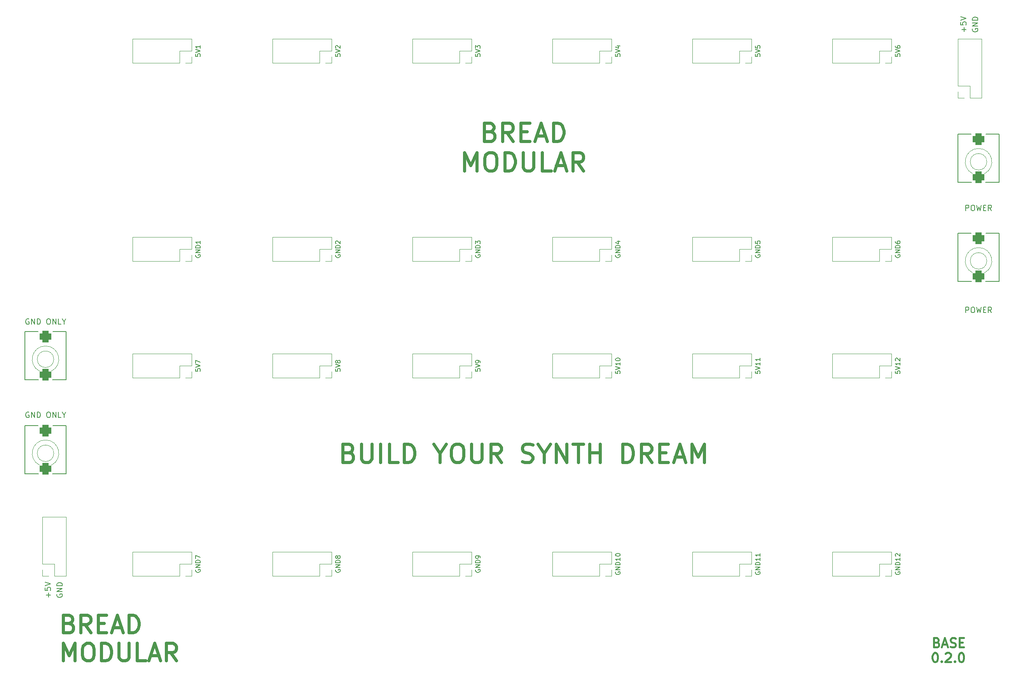
<source format=gbr>
%TF.GenerationSoftware,KiCad,Pcbnew,8.0.5*%
%TF.CreationDate,2024-11-10T12:33:03+05:30*%
%TF.ProjectId,base,62617365-2e6b-4696-9361-645f70636258,rev?*%
%TF.SameCoordinates,Original*%
%TF.FileFunction,Legend,Top*%
%TF.FilePolarity,Positive*%
%FSLAX46Y46*%
G04 Gerber Fmt 4.6, Leading zero omitted, Abs format (unit mm)*
G04 Created by KiCad (PCBNEW 8.0.5) date 2024-11-10 12:33:03*
%MOMM*%
%LPD*%
G01*
G04 APERTURE LIST*
G04 Aperture macros list*
%AMRoundRect*
0 Rectangle with rounded corners*
0 $1 Rounding radius*
0 $2 $3 $4 $5 $6 $7 $8 $9 X,Y pos of 4 corners*
0 Add a 4 corners polygon primitive as box body*
4,1,4,$2,$3,$4,$5,$6,$7,$8,$9,$2,$3,0*
0 Add four circle primitives for the rounded corners*
1,1,$1+$1,$2,$3*
1,1,$1+$1,$4,$5*
1,1,$1+$1,$6,$7*
1,1,$1+$1,$8,$9*
0 Add four rect primitives between the rounded corners*
20,1,$1+$1,$2,$3,$4,$5,0*
20,1,$1+$1,$4,$5,$6,$7,0*
20,1,$1+$1,$6,$7,$8,$9,0*
20,1,$1+$1,$8,$9,$2,$3,0*%
G04 Aperture macros list end*
%ADD10C,0.200000*%
%ADD11C,0.700000*%
%ADD12C,0.400000*%
%ADD13C,0.150000*%
%ADD14C,0.120000*%
%ADD15RoundRect,0.650000X-0.650000X-0.650000X0.650000X-0.650000X0.650000X0.650000X-0.650000X0.650000X0*%
%ADD16O,3.100000X2.100000*%
%ADD17R,1.700000X1.700000*%
%ADD18O,1.700000X1.700000*%
G04 APERTURE END LIST*
D10*
X241068571Y-96362742D02*
X241068571Y-95162742D01*
X241068571Y-95162742D02*
X241525714Y-95162742D01*
X241525714Y-95162742D02*
X241639999Y-95219885D01*
X241639999Y-95219885D02*
X241697142Y-95277028D01*
X241697142Y-95277028D02*
X241754285Y-95391314D01*
X241754285Y-95391314D02*
X241754285Y-95562742D01*
X241754285Y-95562742D02*
X241697142Y-95677028D01*
X241697142Y-95677028D02*
X241639999Y-95734171D01*
X241639999Y-95734171D02*
X241525714Y-95791314D01*
X241525714Y-95791314D02*
X241068571Y-95791314D01*
X242497142Y-95162742D02*
X242725714Y-95162742D01*
X242725714Y-95162742D02*
X242839999Y-95219885D01*
X242839999Y-95219885D02*
X242954285Y-95334171D01*
X242954285Y-95334171D02*
X243011428Y-95562742D01*
X243011428Y-95562742D02*
X243011428Y-95962742D01*
X243011428Y-95962742D02*
X242954285Y-96191314D01*
X242954285Y-96191314D02*
X242839999Y-96305600D01*
X242839999Y-96305600D02*
X242725714Y-96362742D01*
X242725714Y-96362742D02*
X242497142Y-96362742D01*
X242497142Y-96362742D02*
X242382857Y-96305600D01*
X242382857Y-96305600D02*
X242268571Y-96191314D01*
X242268571Y-96191314D02*
X242211428Y-95962742D01*
X242211428Y-95962742D02*
X242211428Y-95562742D01*
X242211428Y-95562742D02*
X242268571Y-95334171D01*
X242268571Y-95334171D02*
X242382857Y-95219885D01*
X242382857Y-95219885D02*
X242497142Y-95162742D01*
X243411428Y-95162742D02*
X243697142Y-96362742D01*
X243697142Y-96362742D02*
X243925714Y-95505600D01*
X243925714Y-95505600D02*
X244154285Y-96362742D01*
X244154285Y-96362742D02*
X244440000Y-95162742D01*
X244897143Y-95734171D02*
X245297143Y-95734171D01*
X245468571Y-96362742D02*
X244897143Y-96362742D01*
X244897143Y-96362742D02*
X244897143Y-95162742D01*
X244897143Y-95162742D02*
X245468571Y-95162742D01*
X246668571Y-96362742D02*
X246268571Y-95791314D01*
X245982857Y-96362742D02*
X245982857Y-95162742D01*
X245982857Y-95162742D02*
X246440000Y-95162742D01*
X246440000Y-95162742D02*
X246554285Y-95219885D01*
X246554285Y-95219885D02*
X246611428Y-95277028D01*
X246611428Y-95277028D02*
X246668571Y-95391314D01*
X246668571Y-95391314D02*
X246668571Y-95562742D01*
X246668571Y-95562742D02*
X246611428Y-95677028D01*
X246611428Y-95677028D02*
X246554285Y-95734171D01*
X246554285Y-95734171D02*
X246440000Y-95791314D01*
X246440000Y-95791314D02*
X245982857Y-95791314D01*
X37011428Y-97759885D02*
X36897143Y-97702742D01*
X36897143Y-97702742D02*
X36725714Y-97702742D01*
X36725714Y-97702742D02*
X36554285Y-97759885D01*
X36554285Y-97759885D02*
X36440000Y-97874171D01*
X36440000Y-97874171D02*
X36382857Y-97988457D01*
X36382857Y-97988457D02*
X36325714Y-98217028D01*
X36325714Y-98217028D02*
X36325714Y-98388457D01*
X36325714Y-98388457D02*
X36382857Y-98617028D01*
X36382857Y-98617028D02*
X36440000Y-98731314D01*
X36440000Y-98731314D02*
X36554285Y-98845600D01*
X36554285Y-98845600D02*
X36725714Y-98902742D01*
X36725714Y-98902742D02*
X36840000Y-98902742D01*
X36840000Y-98902742D02*
X37011428Y-98845600D01*
X37011428Y-98845600D02*
X37068571Y-98788457D01*
X37068571Y-98788457D02*
X37068571Y-98388457D01*
X37068571Y-98388457D02*
X36840000Y-98388457D01*
X37582857Y-98902742D02*
X37582857Y-97702742D01*
X37582857Y-97702742D02*
X38268571Y-98902742D01*
X38268571Y-98902742D02*
X38268571Y-97702742D01*
X38840000Y-98902742D02*
X38840000Y-97702742D01*
X38840000Y-97702742D02*
X39125714Y-97702742D01*
X39125714Y-97702742D02*
X39297143Y-97759885D01*
X39297143Y-97759885D02*
X39411428Y-97874171D01*
X39411428Y-97874171D02*
X39468571Y-97988457D01*
X39468571Y-97988457D02*
X39525714Y-98217028D01*
X39525714Y-98217028D02*
X39525714Y-98388457D01*
X39525714Y-98388457D02*
X39468571Y-98617028D01*
X39468571Y-98617028D02*
X39411428Y-98731314D01*
X39411428Y-98731314D02*
X39297143Y-98845600D01*
X39297143Y-98845600D02*
X39125714Y-98902742D01*
X39125714Y-98902742D02*
X38840000Y-98902742D01*
X41182857Y-97702742D02*
X41411429Y-97702742D01*
X41411429Y-97702742D02*
X41525714Y-97759885D01*
X41525714Y-97759885D02*
X41640000Y-97874171D01*
X41640000Y-97874171D02*
X41697143Y-98102742D01*
X41697143Y-98102742D02*
X41697143Y-98502742D01*
X41697143Y-98502742D02*
X41640000Y-98731314D01*
X41640000Y-98731314D02*
X41525714Y-98845600D01*
X41525714Y-98845600D02*
X41411429Y-98902742D01*
X41411429Y-98902742D02*
X41182857Y-98902742D01*
X41182857Y-98902742D02*
X41068572Y-98845600D01*
X41068572Y-98845600D02*
X40954286Y-98731314D01*
X40954286Y-98731314D02*
X40897143Y-98502742D01*
X40897143Y-98502742D02*
X40897143Y-98102742D01*
X40897143Y-98102742D02*
X40954286Y-97874171D01*
X40954286Y-97874171D02*
X41068572Y-97759885D01*
X41068572Y-97759885D02*
X41182857Y-97702742D01*
X42211429Y-98902742D02*
X42211429Y-97702742D01*
X42211429Y-97702742D02*
X42897143Y-98902742D01*
X42897143Y-98902742D02*
X42897143Y-97702742D01*
X44040000Y-98902742D02*
X43468572Y-98902742D01*
X43468572Y-98902742D02*
X43468572Y-97702742D01*
X44668572Y-98331314D02*
X44668572Y-98902742D01*
X44268572Y-97702742D02*
X44668572Y-98331314D01*
X44668572Y-98331314D02*
X45068572Y-97702742D01*
D11*
X106780001Y-126918838D02*
X107351429Y-127109314D01*
X107351429Y-127109314D02*
X107541906Y-127299790D01*
X107541906Y-127299790D02*
X107732382Y-127680742D01*
X107732382Y-127680742D02*
X107732382Y-128252171D01*
X107732382Y-128252171D02*
X107541906Y-128633123D01*
X107541906Y-128633123D02*
X107351429Y-128823600D01*
X107351429Y-128823600D02*
X106970477Y-129014076D01*
X106970477Y-129014076D02*
X105446667Y-129014076D01*
X105446667Y-129014076D02*
X105446667Y-125014076D01*
X105446667Y-125014076D02*
X106780001Y-125014076D01*
X106780001Y-125014076D02*
X107160953Y-125204552D01*
X107160953Y-125204552D02*
X107351429Y-125395028D01*
X107351429Y-125395028D02*
X107541906Y-125775980D01*
X107541906Y-125775980D02*
X107541906Y-126156933D01*
X107541906Y-126156933D02*
X107351429Y-126537885D01*
X107351429Y-126537885D02*
X107160953Y-126728361D01*
X107160953Y-126728361D02*
X106780001Y-126918838D01*
X106780001Y-126918838D02*
X105446667Y-126918838D01*
X109446667Y-125014076D02*
X109446667Y-128252171D01*
X109446667Y-128252171D02*
X109637144Y-128633123D01*
X109637144Y-128633123D02*
X109827620Y-128823600D01*
X109827620Y-128823600D02*
X110208572Y-129014076D01*
X110208572Y-129014076D02*
X110970477Y-129014076D01*
X110970477Y-129014076D02*
X111351429Y-128823600D01*
X111351429Y-128823600D02*
X111541906Y-128633123D01*
X111541906Y-128633123D02*
X111732382Y-128252171D01*
X111732382Y-128252171D02*
X111732382Y-125014076D01*
X113637143Y-129014076D02*
X113637143Y-125014076D01*
X117446667Y-129014076D02*
X115541905Y-129014076D01*
X115541905Y-129014076D02*
X115541905Y-125014076D01*
X118780000Y-129014076D02*
X118780000Y-125014076D01*
X118780000Y-125014076D02*
X119732381Y-125014076D01*
X119732381Y-125014076D02*
X120303810Y-125204552D01*
X120303810Y-125204552D02*
X120684762Y-125585504D01*
X120684762Y-125585504D02*
X120875239Y-125966457D01*
X120875239Y-125966457D02*
X121065715Y-126728361D01*
X121065715Y-126728361D02*
X121065715Y-127299790D01*
X121065715Y-127299790D02*
X120875239Y-128061695D01*
X120875239Y-128061695D02*
X120684762Y-128442647D01*
X120684762Y-128442647D02*
X120303810Y-128823600D01*
X120303810Y-128823600D02*
X119732381Y-129014076D01*
X119732381Y-129014076D02*
X118780000Y-129014076D01*
X126589524Y-127109314D02*
X126589524Y-129014076D01*
X125256191Y-125014076D02*
X126589524Y-127109314D01*
X126589524Y-127109314D02*
X127922858Y-125014076D01*
X130018095Y-125014076D02*
X130780000Y-125014076D01*
X130780000Y-125014076D02*
X131160952Y-125204552D01*
X131160952Y-125204552D02*
X131541905Y-125585504D01*
X131541905Y-125585504D02*
X131732381Y-126347409D01*
X131732381Y-126347409D02*
X131732381Y-127680742D01*
X131732381Y-127680742D02*
X131541905Y-128442647D01*
X131541905Y-128442647D02*
X131160952Y-128823600D01*
X131160952Y-128823600D02*
X130780000Y-129014076D01*
X130780000Y-129014076D02*
X130018095Y-129014076D01*
X130018095Y-129014076D02*
X129637143Y-128823600D01*
X129637143Y-128823600D02*
X129256190Y-128442647D01*
X129256190Y-128442647D02*
X129065714Y-127680742D01*
X129065714Y-127680742D02*
X129065714Y-126347409D01*
X129065714Y-126347409D02*
X129256190Y-125585504D01*
X129256190Y-125585504D02*
X129637143Y-125204552D01*
X129637143Y-125204552D02*
X130018095Y-125014076D01*
X133446666Y-125014076D02*
X133446666Y-128252171D01*
X133446666Y-128252171D02*
X133637143Y-128633123D01*
X133637143Y-128633123D02*
X133827619Y-128823600D01*
X133827619Y-128823600D02*
X134208571Y-129014076D01*
X134208571Y-129014076D02*
X134970476Y-129014076D01*
X134970476Y-129014076D02*
X135351428Y-128823600D01*
X135351428Y-128823600D02*
X135541905Y-128633123D01*
X135541905Y-128633123D02*
X135732381Y-128252171D01*
X135732381Y-128252171D02*
X135732381Y-125014076D01*
X139922857Y-129014076D02*
X138589523Y-127109314D01*
X137637142Y-129014076D02*
X137637142Y-125014076D01*
X137637142Y-125014076D02*
X139160952Y-125014076D01*
X139160952Y-125014076D02*
X139541904Y-125204552D01*
X139541904Y-125204552D02*
X139732381Y-125395028D01*
X139732381Y-125395028D02*
X139922857Y-125775980D01*
X139922857Y-125775980D02*
X139922857Y-126347409D01*
X139922857Y-126347409D02*
X139732381Y-126728361D01*
X139732381Y-126728361D02*
X139541904Y-126918838D01*
X139541904Y-126918838D02*
X139160952Y-127109314D01*
X139160952Y-127109314D02*
X137637142Y-127109314D01*
X144494285Y-128823600D02*
X145065714Y-129014076D01*
X145065714Y-129014076D02*
X146018095Y-129014076D01*
X146018095Y-129014076D02*
X146399047Y-128823600D01*
X146399047Y-128823600D02*
X146589523Y-128633123D01*
X146589523Y-128633123D02*
X146780000Y-128252171D01*
X146780000Y-128252171D02*
X146780000Y-127871219D01*
X146780000Y-127871219D02*
X146589523Y-127490266D01*
X146589523Y-127490266D02*
X146399047Y-127299790D01*
X146399047Y-127299790D02*
X146018095Y-127109314D01*
X146018095Y-127109314D02*
X145256190Y-126918838D01*
X145256190Y-126918838D02*
X144875238Y-126728361D01*
X144875238Y-126728361D02*
X144684761Y-126537885D01*
X144684761Y-126537885D02*
X144494285Y-126156933D01*
X144494285Y-126156933D02*
X144494285Y-125775980D01*
X144494285Y-125775980D02*
X144684761Y-125395028D01*
X144684761Y-125395028D02*
X144875238Y-125204552D01*
X144875238Y-125204552D02*
X145256190Y-125014076D01*
X145256190Y-125014076D02*
X146208571Y-125014076D01*
X146208571Y-125014076D02*
X146780000Y-125204552D01*
X149256190Y-127109314D02*
X149256190Y-129014076D01*
X147922857Y-125014076D02*
X149256190Y-127109314D01*
X149256190Y-127109314D02*
X150589524Y-125014076D01*
X151922856Y-129014076D02*
X151922856Y-125014076D01*
X151922856Y-125014076D02*
X154208571Y-129014076D01*
X154208571Y-129014076D02*
X154208571Y-125014076D01*
X155541904Y-125014076D02*
X157827618Y-125014076D01*
X156684761Y-129014076D02*
X156684761Y-125014076D01*
X159160951Y-129014076D02*
X159160951Y-125014076D01*
X159160951Y-126918838D02*
X161446666Y-126918838D01*
X161446666Y-129014076D02*
X161446666Y-125014076D01*
X166399046Y-129014076D02*
X166399046Y-125014076D01*
X166399046Y-125014076D02*
X167351427Y-125014076D01*
X167351427Y-125014076D02*
X167922856Y-125204552D01*
X167922856Y-125204552D02*
X168303808Y-125585504D01*
X168303808Y-125585504D02*
X168494285Y-125966457D01*
X168494285Y-125966457D02*
X168684761Y-126728361D01*
X168684761Y-126728361D02*
X168684761Y-127299790D01*
X168684761Y-127299790D02*
X168494285Y-128061695D01*
X168494285Y-128061695D02*
X168303808Y-128442647D01*
X168303808Y-128442647D02*
X167922856Y-128823600D01*
X167922856Y-128823600D02*
X167351427Y-129014076D01*
X167351427Y-129014076D02*
X166399046Y-129014076D01*
X172684761Y-129014076D02*
X171351427Y-127109314D01*
X170399046Y-129014076D02*
X170399046Y-125014076D01*
X170399046Y-125014076D02*
X171922856Y-125014076D01*
X171922856Y-125014076D02*
X172303808Y-125204552D01*
X172303808Y-125204552D02*
X172494285Y-125395028D01*
X172494285Y-125395028D02*
X172684761Y-125775980D01*
X172684761Y-125775980D02*
X172684761Y-126347409D01*
X172684761Y-126347409D02*
X172494285Y-126728361D01*
X172494285Y-126728361D02*
X172303808Y-126918838D01*
X172303808Y-126918838D02*
X171922856Y-127109314D01*
X171922856Y-127109314D02*
X170399046Y-127109314D01*
X174399046Y-126918838D02*
X175732380Y-126918838D01*
X176303808Y-129014076D02*
X174399046Y-129014076D01*
X174399046Y-129014076D02*
X174399046Y-125014076D01*
X174399046Y-125014076D02*
X176303808Y-125014076D01*
X177827618Y-127871219D02*
X179732380Y-127871219D01*
X177446666Y-129014076D02*
X178779999Y-125014076D01*
X178779999Y-125014076D02*
X180113333Y-129014076D01*
X181446665Y-129014076D02*
X181446665Y-125014076D01*
X181446665Y-125014076D02*
X182779999Y-127871219D01*
X182779999Y-127871219D02*
X184113332Y-125014076D01*
X184113332Y-125014076D02*
X184113332Y-129014076D01*
X137541905Y-56979062D02*
X138113333Y-57169538D01*
X138113333Y-57169538D02*
X138303810Y-57360014D01*
X138303810Y-57360014D02*
X138494286Y-57740966D01*
X138494286Y-57740966D02*
X138494286Y-58312395D01*
X138494286Y-58312395D02*
X138303810Y-58693347D01*
X138303810Y-58693347D02*
X138113333Y-58883824D01*
X138113333Y-58883824D02*
X137732381Y-59074300D01*
X137732381Y-59074300D02*
X136208571Y-59074300D01*
X136208571Y-59074300D02*
X136208571Y-55074300D01*
X136208571Y-55074300D02*
X137541905Y-55074300D01*
X137541905Y-55074300D02*
X137922857Y-55264776D01*
X137922857Y-55264776D02*
X138113333Y-55455252D01*
X138113333Y-55455252D02*
X138303810Y-55836204D01*
X138303810Y-55836204D02*
X138303810Y-56217157D01*
X138303810Y-56217157D02*
X138113333Y-56598109D01*
X138113333Y-56598109D02*
X137922857Y-56788585D01*
X137922857Y-56788585D02*
X137541905Y-56979062D01*
X137541905Y-56979062D02*
X136208571Y-56979062D01*
X142494286Y-59074300D02*
X141160952Y-57169538D01*
X140208571Y-59074300D02*
X140208571Y-55074300D01*
X140208571Y-55074300D02*
X141732381Y-55074300D01*
X141732381Y-55074300D02*
X142113333Y-55264776D01*
X142113333Y-55264776D02*
X142303810Y-55455252D01*
X142303810Y-55455252D02*
X142494286Y-55836204D01*
X142494286Y-55836204D02*
X142494286Y-56407633D01*
X142494286Y-56407633D02*
X142303810Y-56788585D01*
X142303810Y-56788585D02*
X142113333Y-56979062D01*
X142113333Y-56979062D02*
X141732381Y-57169538D01*
X141732381Y-57169538D02*
X140208571Y-57169538D01*
X144208571Y-56979062D02*
X145541905Y-56979062D01*
X146113333Y-59074300D02*
X144208571Y-59074300D01*
X144208571Y-59074300D02*
X144208571Y-55074300D01*
X144208571Y-55074300D02*
X146113333Y-55074300D01*
X147637143Y-57931443D02*
X149541905Y-57931443D01*
X147256191Y-59074300D02*
X148589524Y-55074300D01*
X148589524Y-55074300D02*
X149922858Y-59074300D01*
X151256190Y-59074300D02*
X151256190Y-55074300D01*
X151256190Y-55074300D02*
X152208571Y-55074300D01*
X152208571Y-55074300D02*
X152780000Y-55264776D01*
X152780000Y-55264776D02*
X153160952Y-55645728D01*
X153160952Y-55645728D02*
X153351429Y-56026681D01*
X153351429Y-56026681D02*
X153541905Y-56788585D01*
X153541905Y-56788585D02*
X153541905Y-57360014D01*
X153541905Y-57360014D02*
X153351429Y-58121919D01*
X153351429Y-58121919D02*
X153160952Y-58502871D01*
X153160952Y-58502871D02*
X152780000Y-58883824D01*
X152780000Y-58883824D02*
X152208571Y-59074300D01*
X152208571Y-59074300D02*
X151256190Y-59074300D01*
X131922857Y-65514076D02*
X131922857Y-61514076D01*
X131922857Y-61514076D02*
X133256191Y-64371219D01*
X133256191Y-64371219D02*
X134589524Y-61514076D01*
X134589524Y-61514076D02*
X134589524Y-65514076D01*
X137256191Y-61514076D02*
X138018096Y-61514076D01*
X138018096Y-61514076D02*
X138399048Y-61704552D01*
X138399048Y-61704552D02*
X138780001Y-62085504D01*
X138780001Y-62085504D02*
X138970477Y-62847409D01*
X138970477Y-62847409D02*
X138970477Y-64180742D01*
X138970477Y-64180742D02*
X138780001Y-64942647D01*
X138780001Y-64942647D02*
X138399048Y-65323600D01*
X138399048Y-65323600D02*
X138018096Y-65514076D01*
X138018096Y-65514076D02*
X137256191Y-65514076D01*
X137256191Y-65514076D02*
X136875239Y-65323600D01*
X136875239Y-65323600D02*
X136494286Y-64942647D01*
X136494286Y-64942647D02*
X136303810Y-64180742D01*
X136303810Y-64180742D02*
X136303810Y-62847409D01*
X136303810Y-62847409D02*
X136494286Y-62085504D01*
X136494286Y-62085504D02*
X136875239Y-61704552D01*
X136875239Y-61704552D02*
X137256191Y-61514076D01*
X140684762Y-65514076D02*
X140684762Y-61514076D01*
X140684762Y-61514076D02*
X141637143Y-61514076D01*
X141637143Y-61514076D02*
X142208572Y-61704552D01*
X142208572Y-61704552D02*
X142589524Y-62085504D01*
X142589524Y-62085504D02*
X142780001Y-62466457D01*
X142780001Y-62466457D02*
X142970477Y-63228361D01*
X142970477Y-63228361D02*
X142970477Y-63799790D01*
X142970477Y-63799790D02*
X142780001Y-64561695D01*
X142780001Y-64561695D02*
X142589524Y-64942647D01*
X142589524Y-64942647D02*
X142208572Y-65323600D01*
X142208572Y-65323600D02*
X141637143Y-65514076D01*
X141637143Y-65514076D02*
X140684762Y-65514076D01*
X144684762Y-61514076D02*
X144684762Y-64752171D01*
X144684762Y-64752171D02*
X144875239Y-65133123D01*
X144875239Y-65133123D02*
X145065715Y-65323600D01*
X145065715Y-65323600D02*
X145446667Y-65514076D01*
X145446667Y-65514076D02*
X146208572Y-65514076D01*
X146208572Y-65514076D02*
X146589524Y-65323600D01*
X146589524Y-65323600D02*
X146780001Y-65133123D01*
X146780001Y-65133123D02*
X146970477Y-64752171D01*
X146970477Y-64752171D02*
X146970477Y-61514076D01*
X150780000Y-65514076D02*
X148875238Y-65514076D01*
X148875238Y-65514076D02*
X148875238Y-61514076D01*
X151922857Y-64371219D02*
X153827619Y-64371219D01*
X151541905Y-65514076D02*
X152875238Y-61514076D01*
X152875238Y-61514076D02*
X154208572Y-65514076D01*
X157827619Y-65514076D02*
X156494285Y-63609314D01*
X155541904Y-65514076D02*
X155541904Y-61514076D01*
X155541904Y-61514076D02*
X157065714Y-61514076D01*
X157065714Y-61514076D02*
X157446666Y-61704552D01*
X157446666Y-61704552D02*
X157637143Y-61895028D01*
X157637143Y-61895028D02*
X157827619Y-62275980D01*
X157827619Y-62275980D02*
X157827619Y-62847409D01*
X157827619Y-62847409D02*
X157637143Y-63228361D01*
X157637143Y-63228361D02*
X157446666Y-63418838D01*
X157446666Y-63418838D02*
X157065714Y-63609314D01*
X157065714Y-63609314D02*
X155541904Y-63609314D01*
D10*
X241068571Y-74137742D02*
X241068571Y-72937742D01*
X241068571Y-72937742D02*
X241525714Y-72937742D01*
X241525714Y-72937742D02*
X241639999Y-72994885D01*
X241639999Y-72994885D02*
X241697142Y-73052028D01*
X241697142Y-73052028D02*
X241754285Y-73166314D01*
X241754285Y-73166314D02*
X241754285Y-73337742D01*
X241754285Y-73337742D02*
X241697142Y-73452028D01*
X241697142Y-73452028D02*
X241639999Y-73509171D01*
X241639999Y-73509171D02*
X241525714Y-73566314D01*
X241525714Y-73566314D02*
X241068571Y-73566314D01*
X242497142Y-72937742D02*
X242725714Y-72937742D01*
X242725714Y-72937742D02*
X242839999Y-72994885D01*
X242839999Y-72994885D02*
X242954285Y-73109171D01*
X242954285Y-73109171D02*
X243011428Y-73337742D01*
X243011428Y-73337742D02*
X243011428Y-73737742D01*
X243011428Y-73737742D02*
X242954285Y-73966314D01*
X242954285Y-73966314D02*
X242839999Y-74080600D01*
X242839999Y-74080600D02*
X242725714Y-74137742D01*
X242725714Y-74137742D02*
X242497142Y-74137742D01*
X242497142Y-74137742D02*
X242382857Y-74080600D01*
X242382857Y-74080600D02*
X242268571Y-73966314D01*
X242268571Y-73966314D02*
X242211428Y-73737742D01*
X242211428Y-73737742D02*
X242211428Y-73337742D01*
X242211428Y-73337742D02*
X242268571Y-73109171D01*
X242268571Y-73109171D02*
X242382857Y-72994885D01*
X242382857Y-72994885D02*
X242497142Y-72937742D01*
X243411428Y-72937742D02*
X243697142Y-74137742D01*
X243697142Y-74137742D02*
X243925714Y-73280600D01*
X243925714Y-73280600D02*
X244154285Y-74137742D01*
X244154285Y-74137742D02*
X244440000Y-72937742D01*
X244897143Y-73509171D02*
X245297143Y-73509171D01*
X245468571Y-74137742D02*
X244897143Y-74137742D01*
X244897143Y-74137742D02*
X244897143Y-72937742D01*
X244897143Y-72937742D02*
X245468571Y-72937742D01*
X246668571Y-74137742D02*
X246268571Y-73566314D01*
X245982857Y-74137742D02*
X245982857Y-72937742D01*
X245982857Y-72937742D02*
X246440000Y-72937742D01*
X246440000Y-72937742D02*
X246554285Y-72994885D01*
X246554285Y-72994885D02*
X246611428Y-73052028D01*
X246611428Y-73052028D02*
X246668571Y-73166314D01*
X246668571Y-73166314D02*
X246668571Y-73337742D01*
X246668571Y-73337742D02*
X246611428Y-73452028D01*
X246611428Y-73452028D02*
X246554285Y-73509171D01*
X246554285Y-73509171D02*
X246440000Y-73566314D01*
X246440000Y-73566314D02*
X245982857Y-73566314D01*
X37011428Y-118079885D02*
X36897143Y-118022742D01*
X36897143Y-118022742D02*
X36725714Y-118022742D01*
X36725714Y-118022742D02*
X36554285Y-118079885D01*
X36554285Y-118079885D02*
X36440000Y-118194171D01*
X36440000Y-118194171D02*
X36382857Y-118308457D01*
X36382857Y-118308457D02*
X36325714Y-118537028D01*
X36325714Y-118537028D02*
X36325714Y-118708457D01*
X36325714Y-118708457D02*
X36382857Y-118937028D01*
X36382857Y-118937028D02*
X36440000Y-119051314D01*
X36440000Y-119051314D02*
X36554285Y-119165600D01*
X36554285Y-119165600D02*
X36725714Y-119222742D01*
X36725714Y-119222742D02*
X36840000Y-119222742D01*
X36840000Y-119222742D02*
X37011428Y-119165600D01*
X37011428Y-119165600D02*
X37068571Y-119108457D01*
X37068571Y-119108457D02*
X37068571Y-118708457D01*
X37068571Y-118708457D02*
X36840000Y-118708457D01*
X37582857Y-119222742D02*
X37582857Y-118022742D01*
X37582857Y-118022742D02*
X38268571Y-119222742D01*
X38268571Y-119222742D02*
X38268571Y-118022742D01*
X38840000Y-119222742D02*
X38840000Y-118022742D01*
X38840000Y-118022742D02*
X39125714Y-118022742D01*
X39125714Y-118022742D02*
X39297143Y-118079885D01*
X39297143Y-118079885D02*
X39411428Y-118194171D01*
X39411428Y-118194171D02*
X39468571Y-118308457D01*
X39468571Y-118308457D02*
X39525714Y-118537028D01*
X39525714Y-118537028D02*
X39525714Y-118708457D01*
X39525714Y-118708457D02*
X39468571Y-118937028D01*
X39468571Y-118937028D02*
X39411428Y-119051314D01*
X39411428Y-119051314D02*
X39297143Y-119165600D01*
X39297143Y-119165600D02*
X39125714Y-119222742D01*
X39125714Y-119222742D02*
X38840000Y-119222742D01*
X41182857Y-118022742D02*
X41411429Y-118022742D01*
X41411429Y-118022742D02*
X41525714Y-118079885D01*
X41525714Y-118079885D02*
X41640000Y-118194171D01*
X41640000Y-118194171D02*
X41697143Y-118422742D01*
X41697143Y-118422742D02*
X41697143Y-118822742D01*
X41697143Y-118822742D02*
X41640000Y-119051314D01*
X41640000Y-119051314D02*
X41525714Y-119165600D01*
X41525714Y-119165600D02*
X41411429Y-119222742D01*
X41411429Y-119222742D02*
X41182857Y-119222742D01*
X41182857Y-119222742D02*
X41068572Y-119165600D01*
X41068572Y-119165600D02*
X40954286Y-119051314D01*
X40954286Y-119051314D02*
X40897143Y-118822742D01*
X40897143Y-118822742D02*
X40897143Y-118422742D01*
X40897143Y-118422742D02*
X40954286Y-118194171D01*
X40954286Y-118194171D02*
X41068572Y-118079885D01*
X41068572Y-118079885D02*
X41182857Y-118022742D01*
X42211429Y-119222742D02*
X42211429Y-118022742D01*
X42211429Y-118022742D02*
X42897143Y-119222742D01*
X42897143Y-119222742D02*
X42897143Y-118022742D01*
X44040000Y-119222742D02*
X43468572Y-119222742D01*
X43468572Y-119222742D02*
X43468572Y-118022742D01*
X44668572Y-118651314D02*
X44668572Y-119222742D01*
X44268572Y-118022742D02*
X44668572Y-118651314D01*
X44668572Y-118651314D02*
X45068572Y-118022742D01*
X43149885Y-157704136D02*
X43092742Y-157818422D01*
X43092742Y-157818422D02*
X43092742Y-157989850D01*
X43092742Y-157989850D02*
X43149885Y-158161279D01*
X43149885Y-158161279D02*
X43264171Y-158275564D01*
X43264171Y-158275564D02*
X43378457Y-158332707D01*
X43378457Y-158332707D02*
X43607028Y-158389850D01*
X43607028Y-158389850D02*
X43778457Y-158389850D01*
X43778457Y-158389850D02*
X44007028Y-158332707D01*
X44007028Y-158332707D02*
X44121314Y-158275564D01*
X44121314Y-158275564D02*
X44235600Y-158161279D01*
X44235600Y-158161279D02*
X44292742Y-157989850D01*
X44292742Y-157989850D02*
X44292742Y-157875564D01*
X44292742Y-157875564D02*
X44235600Y-157704136D01*
X44235600Y-157704136D02*
X44178457Y-157646993D01*
X44178457Y-157646993D02*
X43778457Y-157646993D01*
X43778457Y-157646993D02*
X43778457Y-157875564D01*
X44292742Y-157132707D02*
X43092742Y-157132707D01*
X43092742Y-157132707D02*
X44292742Y-156446993D01*
X44292742Y-156446993D02*
X43092742Y-156446993D01*
X44292742Y-155875564D02*
X43092742Y-155875564D01*
X43092742Y-155875564D02*
X43092742Y-155589850D01*
X43092742Y-155589850D02*
X43149885Y-155418421D01*
X43149885Y-155418421D02*
X43264171Y-155304136D01*
X43264171Y-155304136D02*
X43378457Y-155246993D01*
X43378457Y-155246993D02*
X43607028Y-155189850D01*
X43607028Y-155189850D02*
X43778457Y-155189850D01*
X43778457Y-155189850D02*
X44007028Y-155246993D01*
X44007028Y-155246993D02*
X44121314Y-155304136D01*
X44121314Y-155304136D02*
X44235600Y-155418421D01*
X44235600Y-155418421D02*
X44292742Y-155589850D01*
X44292742Y-155589850D02*
X44292742Y-155875564D01*
X41295600Y-158332707D02*
X41295600Y-157418422D01*
X41752742Y-157875564D02*
X40838457Y-157875564D01*
X40552742Y-156275565D02*
X40552742Y-156846993D01*
X40552742Y-156846993D02*
X41124171Y-156904136D01*
X41124171Y-156904136D02*
X41067028Y-156846993D01*
X41067028Y-156846993D02*
X41009885Y-156732708D01*
X41009885Y-156732708D02*
X41009885Y-156446993D01*
X41009885Y-156446993D02*
X41067028Y-156332708D01*
X41067028Y-156332708D02*
X41124171Y-156275565D01*
X41124171Y-156275565D02*
X41238457Y-156218422D01*
X41238457Y-156218422D02*
X41524171Y-156218422D01*
X41524171Y-156218422D02*
X41638457Y-156275565D01*
X41638457Y-156275565D02*
X41695600Y-156332708D01*
X41695600Y-156332708D02*
X41752742Y-156446993D01*
X41752742Y-156446993D02*
X41752742Y-156732708D01*
X41752742Y-156732708D02*
X41695600Y-156846993D01*
X41695600Y-156846993D02*
X41638457Y-156904136D01*
X40552742Y-155875565D02*
X41752742Y-155475565D01*
X41752742Y-155475565D02*
X40552742Y-155075565D01*
D11*
X45811954Y-164110289D02*
X46354811Y-164291241D01*
X46354811Y-164291241D02*
X46535764Y-164472193D01*
X46535764Y-164472193D02*
X46716716Y-164834098D01*
X46716716Y-164834098D02*
X46716716Y-165376955D01*
X46716716Y-165376955D02*
X46535764Y-165738860D01*
X46535764Y-165738860D02*
X46354811Y-165919813D01*
X46354811Y-165919813D02*
X45992906Y-166100765D01*
X45992906Y-166100765D02*
X44545287Y-166100765D01*
X44545287Y-166100765D02*
X44545287Y-162300765D01*
X44545287Y-162300765D02*
X45811954Y-162300765D01*
X45811954Y-162300765D02*
X46173859Y-162481717D01*
X46173859Y-162481717D02*
X46354811Y-162662670D01*
X46354811Y-162662670D02*
X46535764Y-163024574D01*
X46535764Y-163024574D02*
X46535764Y-163386479D01*
X46535764Y-163386479D02*
X46354811Y-163748384D01*
X46354811Y-163748384D02*
X46173859Y-163929336D01*
X46173859Y-163929336D02*
X45811954Y-164110289D01*
X45811954Y-164110289D02*
X44545287Y-164110289D01*
X50516716Y-166100765D02*
X49250049Y-164291241D01*
X48345287Y-166100765D02*
X48345287Y-162300765D01*
X48345287Y-162300765D02*
X49792906Y-162300765D01*
X49792906Y-162300765D02*
X50154811Y-162481717D01*
X50154811Y-162481717D02*
X50335764Y-162662670D01*
X50335764Y-162662670D02*
X50516716Y-163024574D01*
X50516716Y-163024574D02*
X50516716Y-163567432D01*
X50516716Y-163567432D02*
X50335764Y-163929336D01*
X50335764Y-163929336D02*
X50154811Y-164110289D01*
X50154811Y-164110289D02*
X49792906Y-164291241D01*
X49792906Y-164291241D02*
X48345287Y-164291241D01*
X52145287Y-164110289D02*
X53411954Y-164110289D01*
X53954811Y-166100765D02*
X52145287Y-166100765D01*
X52145287Y-166100765D02*
X52145287Y-162300765D01*
X52145287Y-162300765D02*
X53954811Y-162300765D01*
X55402430Y-165015051D02*
X57211954Y-165015051D01*
X55040525Y-166100765D02*
X56307192Y-162300765D01*
X56307192Y-162300765D02*
X57573859Y-166100765D01*
X58840525Y-166100765D02*
X58840525Y-162300765D01*
X58840525Y-162300765D02*
X59745287Y-162300765D01*
X59745287Y-162300765D02*
X60288144Y-162481717D01*
X60288144Y-162481717D02*
X60650049Y-162843622D01*
X60650049Y-162843622D02*
X60831002Y-163205527D01*
X60831002Y-163205527D02*
X61011954Y-163929336D01*
X61011954Y-163929336D02*
X61011954Y-164472193D01*
X61011954Y-164472193D02*
X60831002Y-165196003D01*
X60831002Y-165196003D02*
X60650049Y-165557908D01*
X60650049Y-165557908D02*
X60288144Y-165919813D01*
X60288144Y-165919813D02*
X59745287Y-166100765D01*
X59745287Y-166100765D02*
X58840525Y-166100765D01*
X44545287Y-172218552D02*
X44545287Y-168418552D01*
X44545287Y-168418552D02*
X45811954Y-171132838D01*
X45811954Y-171132838D02*
X47078621Y-168418552D01*
X47078621Y-168418552D02*
X47078621Y-172218552D01*
X49611954Y-168418552D02*
X50335763Y-168418552D01*
X50335763Y-168418552D02*
X50697668Y-168599504D01*
X50697668Y-168599504D02*
X51059573Y-168961409D01*
X51059573Y-168961409D02*
X51240525Y-169685219D01*
X51240525Y-169685219D02*
X51240525Y-170951885D01*
X51240525Y-170951885D02*
X51059573Y-171675695D01*
X51059573Y-171675695D02*
X50697668Y-172037600D01*
X50697668Y-172037600D02*
X50335763Y-172218552D01*
X50335763Y-172218552D02*
X49611954Y-172218552D01*
X49611954Y-172218552D02*
X49250049Y-172037600D01*
X49250049Y-172037600D02*
X48888144Y-171675695D01*
X48888144Y-171675695D02*
X48707192Y-170951885D01*
X48707192Y-170951885D02*
X48707192Y-169685219D01*
X48707192Y-169685219D02*
X48888144Y-168961409D01*
X48888144Y-168961409D02*
X49250049Y-168599504D01*
X49250049Y-168599504D02*
X49611954Y-168418552D01*
X52869096Y-172218552D02*
X52869096Y-168418552D01*
X52869096Y-168418552D02*
X53773858Y-168418552D01*
X53773858Y-168418552D02*
X54316715Y-168599504D01*
X54316715Y-168599504D02*
X54678620Y-168961409D01*
X54678620Y-168961409D02*
X54859573Y-169323314D01*
X54859573Y-169323314D02*
X55040525Y-170047123D01*
X55040525Y-170047123D02*
X55040525Y-170589980D01*
X55040525Y-170589980D02*
X54859573Y-171313790D01*
X54859573Y-171313790D02*
X54678620Y-171675695D01*
X54678620Y-171675695D02*
X54316715Y-172037600D01*
X54316715Y-172037600D02*
X53773858Y-172218552D01*
X53773858Y-172218552D02*
X52869096Y-172218552D01*
X56669096Y-168418552D02*
X56669096Y-171494742D01*
X56669096Y-171494742D02*
X56850049Y-171856647D01*
X56850049Y-171856647D02*
X57031001Y-172037600D01*
X57031001Y-172037600D02*
X57392906Y-172218552D01*
X57392906Y-172218552D02*
X58116715Y-172218552D01*
X58116715Y-172218552D02*
X58478620Y-172037600D01*
X58478620Y-172037600D02*
X58659573Y-171856647D01*
X58659573Y-171856647D02*
X58840525Y-171494742D01*
X58840525Y-171494742D02*
X58840525Y-168418552D01*
X62459572Y-172218552D02*
X60650048Y-172218552D01*
X60650048Y-172218552D02*
X60650048Y-168418552D01*
X63545286Y-171132838D02*
X65354810Y-171132838D01*
X63183381Y-172218552D02*
X64450048Y-168418552D01*
X64450048Y-168418552D02*
X65716715Y-172218552D01*
X69154810Y-172218552D02*
X67888143Y-170409028D01*
X66983381Y-172218552D02*
X66983381Y-168418552D01*
X66983381Y-168418552D02*
X68431000Y-168418552D01*
X68431000Y-168418552D02*
X68792905Y-168599504D01*
X68792905Y-168599504D02*
X68973858Y-168780457D01*
X68973858Y-168780457D02*
X69154810Y-169142361D01*
X69154810Y-169142361D02*
X69154810Y-169685219D01*
X69154810Y-169685219D02*
X68973858Y-170047123D01*
X68973858Y-170047123D02*
X68792905Y-170228076D01*
X68792905Y-170228076D02*
X68431000Y-170409028D01*
X68431000Y-170409028D02*
X66983381Y-170409028D01*
D12*
X234751128Y-168186931D02*
X235036842Y-168282169D01*
X235036842Y-168282169D02*
X235132080Y-168377407D01*
X235132080Y-168377407D02*
X235227318Y-168567883D01*
X235227318Y-168567883D02*
X235227318Y-168853597D01*
X235227318Y-168853597D02*
X235132080Y-169044073D01*
X235132080Y-169044073D02*
X235036842Y-169139312D01*
X235036842Y-169139312D02*
X234846366Y-169234550D01*
X234846366Y-169234550D02*
X234084461Y-169234550D01*
X234084461Y-169234550D02*
X234084461Y-167234550D01*
X234084461Y-167234550D02*
X234751128Y-167234550D01*
X234751128Y-167234550D02*
X234941604Y-167329788D01*
X234941604Y-167329788D02*
X235036842Y-167425026D01*
X235036842Y-167425026D02*
X235132080Y-167615502D01*
X235132080Y-167615502D02*
X235132080Y-167805978D01*
X235132080Y-167805978D02*
X235036842Y-167996454D01*
X235036842Y-167996454D02*
X234941604Y-168091692D01*
X234941604Y-168091692D02*
X234751128Y-168186931D01*
X234751128Y-168186931D02*
X234084461Y-168186931D01*
X235989223Y-168663121D02*
X236941604Y-168663121D01*
X235798747Y-169234550D02*
X236465413Y-167234550D01*
X236465413Y-167234550D02*
X237132080Y-169234550D01*
X237703509Y-169139312D02*
X237989223Y-169234550D01*
X237989223Y-169234550D02*
X238465414Y-169234550D01*
X238465414Y-169234550D02*
X238655890Y-169139312D01*
X238655890Y-169139312D02*
X238751128Y-169044073D01*
X238751128Y-169044073D02*
X238846366Y-168853597D01*
X238846366Y-168853597D02*
X238846366Y-168663121D01*
X238846366Y-168663121D02*
X238751128Y-168472645D01*
X238751128Y-168472645D02*
X238655890Y-168377407D01*
X238655890Y-168377407D02*
X238465414Y-168282169D01*
X238465414Y-168282169D02*
X238084461Y-168186931D01*
X238084461Y-168186931D02*
X237893985Y-168091692D01*
X237893985Y-168091692D02*
X237798747Y-167996454D01*
X237798747Y-167996454D02*
X237703509Y-167805978D01*
X237703509Y-167805978D02*
X237703509Y-167615502D01*
X237703509Y-167615502D02*
X237798747Y-167425026D01*
X237798747Y-167425026D02*
X237893985Y-167329788D01*
X237893985Y-167329788D02*
X238084461Y-167234550D01*
X238084461Y-167234550D02*
X238560652Y-167234550D01*
X238560652Y-167234550D02*
X238846366Y-167329788D01*
X239703509Y-168186931D02*
X240370176Y-168186931D01*
X240655890Y-169234550D02*
X239703509Y-169234550D01*
X239703509Y-169234550D02*
X239703509Y-167234550D01*
X239703509Y-167234550D02*
X240655890Y-167234550D01*
X234274937Y-170454438D02*
X234465414Y-170454438D01*
X234465414Y-170454438D02*
X234655890Y-170549676D01*
X234655890Y-170549676D02*
X234751128Y-170644914D01*
X234751128Y-170644914D02*
X234846366Y-170835390D01*
X234846366Y-170835390D02*
X234941604Y-171216342D01*
X234941604Y-171216342D02*
X234941604Y-171692533D01*
X234941604Y-171692533D02*
X234846366Y-172073485D01*
X234846366Y-172073485D02*
X234751128Y-172263961D01*
X234751128Y-172263961D02*
X234655890Y-172359200D01*
X234655890Y-172359200D02*
X234465414Y-172454438D01*
X234465414Y-172454438D02*
X234274937Y-172454438D01*
X234274937Y-172454438D02*
X234084461Y-172359200D01*
X234084461Y-172359200D02*
X233989223Y-172263961D01*
X233989223Y-172263961D02*
X233893985Y-172073485D01*
X233893985Y-172073485D02*
X233798747Y-171692533D01*
X233798747Y-171692533D02*
X233798747Y-171216342D01*
X233798747Y-171216342D02*
X233893985Y-170835390D01*
X233893985Y-170835390D02*
X233989223Y-170644914D01*
X233989223Y-170644914D02*
X234084461Y-170549676D01*
X234084461Y-170549676D02*
X234274937Y-170454438D01*
X235798747Y-172263961D02*
X235893985Y-172359200D01*
X235893985Y-172359200D02*
X235798747Y-172454438D01*
X235798747Y-172454438D02*
X235703509Y-172359200D01*
X235703509Y-172359200D02*
X235798747Y-172263961D01*
X235798747Y-172263961D02*
X235798747Y-172454438D01*
X236655890Y-170644914D02*
X236751128Y-170549676D01*
X236751128Y-170549676D02*
X236941604Y-170454438D01*
X236941604Y-170454438D02*
X237417795Y-170454438D01*
X237417795Y-170454438D02*
X237608271Y-170549676D01*
X237608271Y-170549676D02*
X237703509Y-170644914D01*
X237703509Y-170644914D02*
X237798747Y-170835390D01*
X237798747Y-170835390D02*
X237798747Y-171025866D01*
X237798747Y-171025866D02*
X237703509Y-171311580D01*
X237703509Y-171311580D02*
X236560652Y-172454438D01*
X236560652Y-172454438D02*
X237798747Y-172454438D01*
X238655890Y-172263961D02*
X238751128Y-172359200D01*
X238751128Y-172359200D02*
X238655890Y-172454438D01*
X238655890Y-172454438D02*
X238560652Y-172359200D01*
X238560652Y-172359200D02*
X238655890Y-172263961D01*
X238655890Y-172263961D02*
X238655890Y-172454438D01*
X239989223Y-170454438D02*
X240179700Y-170454438D01*
X240179700Y-170454438D02*
X240370176Y-170549676D01*
X240370176Y-170549676D02*
X240465414Y-170644914D01*
X240465414Y-170644914D02*
X240560652Y-170835390D01*
X240560652Y-170835390D02*
X240655890Y-171216342D01*
X240655890Y-171216342D02*
X240655890Y-171692533D01*
X240655890Y-171692533D02*
X240560652Y-172073485D01*
X240560652Y-172073485D02*
X240465414Y-172263961D01*
X240465414Y-172263961D02*
X240370176Y-172359200D01*
X240370176Y-172359200D02*
X240179700Y-172454438D01*
X240179700Y-172454438D02*
X239989223Y-172454438D01*
X239989223Y-172454438D02*
X239798747Y-172359200D01*
X239798747Y-172359200D02*
X239703509Y-172263961D01*
X239703509Y-172263961D02*
X239608271Y-172073485D01*
X239608271Y-172073485D02*
X239513033Y-171692533D01*
X239513033Y-171692533D02*
X239513033Y-171216342D01*
X239513033Y-171216342D02*
X239608271Y-170835390D01*
X239608271Y-170835390D02*
X239703509Y-170644914D01*
X239703509Y-170644914D02*
X239798747Y-170549676D01*
X239798747Y-170549676D02*
X239989223Y-170454438D01*
D10*
X242539885Y-34514136D02*
X242482742Y-34628422D01*
X242482742Y-34628422D02*
X242482742Y-34799850D01*
X242482742Y-34799850D02*
X242539885Y-34971279D01*
X242539885Y-34971279D02*
X242654171Y-35085564D01*
X242654171Y-35085564D02*
X242768457Y-35142707D01*
X242768457Y-35142707D02*
X242997028Y-35199850D01*
X242997028Y-35199850D02*
X243168457Y-35199850D01*
X243168457Y-35199850D02*
X243397028Y-35142707D01*
X243397028Y-35142707D02*
X243511314Y-35085564D01*
X243511314Y-35085564D02*
X243625600Y-34971279D01*
X243625600Y-34971279D02*
X243682742Y-34799850D01*
X243682742Y-34799850D02*
X243682742Y-34685564D01*
X243682742Y-34685564D02*
X243625600Y-34514136D01*
X243625600Y-34514136D02*
X243568457Y-34456993D01*
X243568457Y-34456993D02*
X243168457Y-34456993D01*
X243168457Y-34456993D02*
X243168457Y-34685564D01*
X243682742Y-33942707D02*
X242482742Y-33942707D01*
X242482742Y-33942707D02*
X243682742Y-33256993D01*
X243682742Y-33256993D02*
X242482742Y-33256993D01*
X243682742Y-32685564D02*
X242482742Y-32685564D01*
X242482742Y-32685564D02*
X242482742Y-32399850D01*
X242482742Y-32399850D02*
X242539885Y-32228421D01*
X242539885Y-32228421D02*
X242654171Y-32114136D01*
X242654171Y-32114136D02*
X242768457Y-32056993D01*
X242768457Y-32056993D02*
X242997028Y-31999850D01*
X242997028Y-31999850D02*
X243168457Y-31999850D01*
X243168457Y-31999850D02*
X243397028Y-32056993D01*
X243397028Y-32056993D02*
X243511314Y-32114136D01*
X243511314Y-32114136D02*
X243625600Y-32228421D01*
X243625600Y-32228421D02*
X243682742Y-32399850D01*
X243682742Y-32399850D02*
X243682742Y-32685564D01*
X240685600Y-35142707D02*
X240685600Y-34228422D01*
X241142742Y-34685564D02*
X240228457Y-34685564D01*
X239942742Y-33085565D02*
X239942742Y-33656993D01*
X239942742Y-33656993D02*
X240514171Y-33714136D01*
X240514171Y-33714136D02*
X240457028Y-33656993D01*
X240457028Y-33656993D02*
X240399885Y-33542708D01*
X240399885Y-33542708D02*
X240399885Y-33256993D01*
X240399885Y-33256993D02*
X240457028Y-33142708D01*
X240457028Y-33142708D02*
X240514171Y-33085565D01*
X240514171Y-33085565D02*
X240628457Y-33028422D01*
X240628457Y-33028422D02*
X240914171Y-33028422D01*
X240914171Y-33028422D02*
X241028457Y-33085565D01*
X241028457Y-33085565D02*
X241085600Y-33142708D01*
X241085600Y-33142708D02*
X241142742Y-33256993D01*
X241142742Y-33256993D02*
X241142742Y-33542708D01*
X241142742Y-33542708D02*
X241085600Y-33656993D01*
X241085600Y-33656993D02*
X241028457Y-33714136D01*
X239942742Y-32685565D02*
X241142742Y-32285565D01*
X241142742Y-32285565D02*
X239942742Y-31885565D01*
D13*
X103872438Y-83788095D02*
X103824819Y-83883333D01*
X103824819Y-83883333D02*
X103824819Y-84026190D01*
X103824819Y-84026190D02*
X103872438Y-84169047D01*
X103872438Y-84169047D02*
X103967676Y-84264285D01*
X103967676Y-84264285D02*
X104062914Y-84311904D01*
X104062914Y-84311904D02*
X104253390Y-84359523D01*
X104253390Y-84359523D02*
X104396247Y-84359523D01*
X104396247Y-84359523D02*
X104586723Y-84311904D01*
X104586723Y-84311904D02*
X104681961Y-84264285D01*
X104681961Y-84264285D02*
X104777200Y-84169047D01*
X104777200Y-84169047D02*
X104824819Y-84026190D01*
X104824819Y-84026190D02*
X104824819Y-83930952D01*
X104824819Y-83930952D02*
X104777200Y-83788095D01*
X104777200Y-83788095D02*
X104729580Y-83740476D01*
X104729580Y-83740476D02*
X104396247Y-83740476D01*
X104396247Y-83740476D02*
X104396247Y-83930952D01*
X104824819Y-83311904D02*
X103824819Y-83311904D01*
X103824819Y-83311904D02*
X104824819Y-82740476D01*
X104824819Y-82740476D02*
X103824819Y-82740476D01*
X104824819Y-82264285D02*
X103824819Y-82264285D01*
X103824819Y-82264285D02*
X103824819Y-82026190D01*
X103824819Y-82026190D02*
X103872438Y-81883333D01*
X103872438Y-81883333D02*
X103967676Y-81788095D01*
X103967676Y-81788095D02*
X104062914Y-81740476D01*
X104062914Y-81740476D02*
X104253390Y-81692857D01*
X104253390Y-81692857D02*
X104396247Y-81692857D01*
X104396247Y-81692857D02*
X104586723Y-81740476D01*
X104586723Y-81740476D02*
X104681961Y-81788095D01*
X104681961Y-81788095D02*
X104777200Y-81883333D01*
X104777200Y-81883333D02*
X104824819Y-82026190D01*
X104824819Y-82026190D02*
X104824819Y-82264285D01*
X103920057Y-81311904D02*
X103872438Y-81264285D01*
X103872438Y-81264285D02*
X103824819Y-81169047D01*
X103824819Y-81169047D02*
X103824819Y-80930952D01*
X103824819Y-80930952D02*
X103872438Y-80835714D01*
X103872438Y-80835714D02*
X103920057Y-80788095D01*
X103920057Y-80788095D02*
X104015295Y-80740476D01*
X104015295Y-80740476D02*
X104110533Y-80740476D01*
X104110533Y-80740476D02*
X104253390Y-80788095D01*
X104253390Y-80788095D02*
X104824819Y-81359523D01*
X104824819Y-81359523D02*
X104824819Y-80740476D01*
X103872438Y-152368095D02*
X103824819Y-152463333D01*
X103824819Y-152463333D02*
X103824819Y-152606190D01*
X103824819Y-152606190D02*
X103872438Y-152749047D01*
X103872438Y-152749047D02*
X103967676Y-152844285D01*
X103967676Y-152844285D02*
X104062914Y-152891904D01*
X104062914Y-152891904D02*
X104253390Y-152939523D01*
X104253390Y-152939523D02*
X104396247Y-152939523D01*
X104396247Y-152939523D02*
X104586723Y-152891904D01*
X104586723Y-152891904D02*
X104681961Y-152844285D01*
X104681961Y-152844285D02*
X104777200Y-152749047D01*
X104777200Y-152749047D02*
X104824819Y-152606190D01*
X104824819Y-152606190D02*
X104824819Y-152510952D01*
X104824819Y-152510952D02*
X104777200Y-152368095D01*
X104777200Y-152368095D02*
X104729580Y-152320476D01*
X104729580Y-152320476D02*
X104396247Y-152320476D01*
X104396247Y-152320476D02*
X104396247Y-152510952D01*
X104824819Y-151891904D02*
X103824819Y-151891904D01*
X103824819Y-151891904D02*
X104824819Y-151320476D01*
X104824819Y-151320476D02*
X103824819Y-151320476D01*
X104824819Y-150844285D02*
X103824819Y-150844285D01*
X103824819Y-150844285D02*
X103824819Y-150606190D01*
X103824819Y-150606190D02*
X103872438Y-150463333D01*
X103872438Y-150463333D02*
X103967676Y-150368095D01*
X103967676Y-150368095D02*
X104062914Y-150320476D01*
X104062914Y-150320476D02*
X104253390Y-150272857D01*
X104253390Y-150272857D02*
X104396247Y-150272857D01*
X104396247Y-150272857D02*
X104586723Y-150320476D01*
X104586723Y-150320476D02*
X104681961Y-150368095D01*
X104681961Y-150368095D02*
X104777200Y-150463333D01*
X104777200Y-150463333D02*
X104824819Y-150606190D01*
X104824819Y-150606190D02*
X104824819Y-150844285D01*
X104253390Y-149701428D02*
X104205771Y-149796666D01*
X104205771Y-149796666D02*
X104158152Y-149844285D01*
X104158152Y-149844285D02*
X104062914Y-149891904D01*
X104062914Y-149891904D02*
X104015295Y-149891904D01*
X104015295Y-149891904D02*
X103920057Y-149844285D01*
X103920057Y-149844285D02*
X103872438Y-149796666D01*
X103872438Y-149796666D02*
X103824819Y-149701428D01*
X103824819Y-149701428D02*
X103824819Y-149510952D01*
X103824819Y-149510952D02*
X103872438Y-149415714D01*
X103872438Y-149415714D02*
X103920057Y-149368095D01*
X103920057Y-149368095D02*
X104015295Y-149320476D01*
X104015295Y-149320476D02*
X104062914Y-149320476D01*
X104062914Y-149320476D02*
X104158152Y-149368095D01*
X104158152Y-149368095D02*
X104205771Y-149415714D01*
X104205771Y-149415714D02*
X104253390Y-149510952D01*
X104253390Y-149510952D02*
X104253390Y-149701428D01*
X104253390Y-149701428D02*
X104301009Y-149796666D01*
X104301009Y-149796666D02*
X104348628Y-149844285D01*
X104348628Y-149844285D02*
X104443866Y-149891904D01*
X104443866Y-149891904D02*
X104634342Y-149891904D01*
X104634342Y-149891904D02*
X104729580Y-149844285D01*
X104729580Y-149844285D02*
X104777200Y-149796666D01*
X104777200Y-149796666D02*
X104824819Y-149701428D01*
X104824819Y-149701428D02*
X104824819Y-149510952D01*
X104824819Y-149510952D02*
X104777200Y-149415714D01*
X104777200Y-149415714D02*
X104729580Y-149368095D01*
X104729580Y-149368095D02*
X104634342Y-149320476D01*
X104634342Y-149320476D02*
X104443866Y-149320476D01*
X104443866Y-149320476D02*
X104348628Y-149368095D01*
X104348628Y-149368095D02*
X104301009Y-149415714D01*
X104301009Y-149415714D02*
X104253390Y-149510952D01*
X195264819Y-40036666D02*
X195264819Y-40512856D01*
X195264819Y-40512856D02*
X195741009Y-40560475D01*
X195741009Y-40560475D02*
X195693390Y-40512856D01*
X195693390Y-40512856D02*
X195645771Y-40417618D01*
X195645771Y-40417618D02*
X195645771Y-40179523D01*
X195645771Y-40179523D02*
X195693390Y-40084285D01*
X195693390Y-40084285D02*
X195741009Y-40036666D01*
X195741009Y-40036666D02*
X195836247Y-39989047D01*
X195836247Y-39989047D02*
X196074342Y-39989047D01*
X196074342Y-39989047D02*
X196169580Y-40036666D01*
X196169580Y-40036666D02*
X196217200Y-40084285D01*
X196217200Y-40084285D02*
X196264819Y-40179523D01*
X196264819Y-40179523D02*
X196264819Y-40417618D01*
X196264819Y-40417618D02*
X196217200Y-40512856D01*
X196217200Y-40512856D02*
X196169580Y-40560475D01*
X195264819Y-39703332D02*
X196264819Y-39369999D01*
X196264819Y-39369999D02*
X195264819Y-39036666D01*
X195264819Y-38227142D02*
X195264819Y-38703332D01*
X195264819Y-38703332D02*
X195741009Y-38750951D01*
X195741009Y-38750951D02*
X195693390Y-38703332D01*
X195693390Y-38703332D02*
X195645771Y-38608094D01*
X195645771Y-38608094D02*
X195645771Y-38369999D01*
X195645771Y-38369999D02*
X195693390Y-38274761D01*
X195693390Y-38274761D02*
X195741009Y-38227142D01*
X195741009Y-38227142D02*
X195836247Y-38179523D01*
X195836247Y-38179523D02*
X196074342Y-38179523D01*
X196074342Y-38179523D02*
X196169580Y-38227142D01*
X196169580Y-38227142D02*
X196217200Y-38274761D01*
X196217200Y-38274761D02*
X196264819Y-38369999D01*
X196264819Y-38369999D02*
X196264819Y-38608094D01*
X196264819Y-38608094D02*
X196217200Y-38703332D01*
X196217200Y-38703332D02*
X196169580Y-38750951D01*
X225792438Y-152844285D02*
X225744819Y-152939523D01*
X225744819Y-152939523D02*
X225744819Y-153082380D01*
X225744819Y-153082380D02*
X225792438Y-153225237D01*
X225792438Y-153225237D02*
X225887676Y-153320475D01*
X225887676Y-153320475D02*
X225982914Y-153368094D01*
X225982914Y-153368094D02*
X226173390Y-153415713D01*
X226173390Y-153415713D02*
X226316247Y-153415713D01*
X226316247Y-153415713D02*
X226506723Y-153368094D01*
X226506723Y-153368094D02*
X226601961Y-153320475D01*
X226601961Y-153320475D02*
X226697200Y-153225237D01*
X226697200Y-153225237D02*
X226744819Y-153082380D01*
X226744819Y-153082380D02*
X226744819Y-152987142D01*
X226744819Y-152987142D02*
X226697200Y-152844285D01*
X226697200Y-152844285D02*
X226649580Y-152796666D01*
X226649580Y-152796666D02*
X226316247Y-152796666D01*
X226316247Y-152796666D02*
X226316247Y-152987142D01*
X226744819Y-152368094D02*
X225744819Y-152368094D01*
X225744819Y-152368094D02*
X226744819Y-151796666D01*
X226744819Y-151796666D02*
X225744819Y-151796666D01*
X226744819Y-151320475D02*
X225744819Y-151320475D01*
X225744819Y-151320475D02*
X225744819Y-151082380D01*
X225744819Y-151082380D02*
X225792438Y-150939523D01*
X225792438Y-150939523D02*
X225887676Y-150844285D01*
X225887676Y-150844285D02*
X225982914Y-150796666D01*
X225982914Y-150796666D02*
X226173390Y-150749047D01*
X226173390Y-150749047D02*
X226316247Y-150749047D01*
X226316247Y-150749047D02*
X226506723Y-150796666D01*
X226506723Y-150796666D02*
X226601961Y-150844285D01*
X226601961Y-150844285D02*
X226697200Y-150939523D01*
X226697200Y-150939523D02*
X226744819Y-151082380D01*
X226744819Y-151082380D02*
X226744819Y-151320475D01*
X226744819Y-149796666D02*
X226744819Y-150368094D01*
X226744819Y-150082380D02*
X225744819Y-150082380D01*
X225744819Y-150082380D02*
X225887676Y-150177618D01*
X225887676Y-150177618D02*
X225982914Y-150272856D01*
X225982914Y-150272856D02*
X226030533Y-150368094D01*
X225840057Y-149415713D02*
X225792438Y-149368094D01*
X225792438Y-149368094D02*
X225744819Y-149272856D01*
X225744819Y-149272856D02*
X225744819Y-149034761D01*
X225744819Y-149034761D02*
X225792438Y-148939523D01*
X225792438Y-148939523D02*
X225840057Y-148891904D01*
X225840057Y-148891904D02*
X225935295Y-148844285D01*
X225935295Y-148844285D02*
X226030533Y-148844285D01*
X226030533Y-148844285D02*
X226173390Y-148891904D01*
X226173390Y-148891904D02*
X226744819Y-149463332D01*
X226744819Y-149463332D02*
X226744819Y-148844285D01*
X134304819Y-40036666D02*
X134304819Y-40512856D01*
X134304819Y-40512856D02*
X134781009Y-40560475D01*
X134781009Y-40560475D02*
X134733390Y-40512856D01*
X134733390Y-40512856D02*
X134685771Y-40417618D01*
X134685771Y-40417618D02*
X134685771Y-40179523D01*
X134685771Y-40179523D02*
X134733390Y-40084285D01*
X134733390Y-40084285D02*
X134781009Y-40036666D01*
X134781009Y-40036666D02*
X134876247Y-39989047D01*
X134876247Y-39989047D02*
X135114342Y-39989047D01*
X135114342Y-39989047D02*
X135209580Y-40036666D01*
X135209580Y-40036666D02*
X135257200Y-40084285D01*
X135257200Y-40084285D02*
X135304819Y-40179523D01*
X135304819Y-40179523D02*
X135304819Y-40417618D01*
X135304819Y-40417618D02*
X135257200Y-40512856D01*
X135257200Y-40512856D02*
X135209580Y-40560475D01*
X134304819Y-39703332D02*
X135304819Y-39369999D01*
X135304819Y-39369999D02*
X134304819Y-39036666D01*
X134304819Y-38798570D02*
X134304819Y-38179523D01*
X134304819Y-38179523D02*
X134685771Y-38512856D01*
X134685771Y-38512856D02*
X134685771Y-38369999D01*
X134685771Y-38369999D02*
X134733390Y-38274761D01*
X134733390Y-38274761D02*
X134781009Y-38227142D01*
X134781009Y-38227142D02*
X134876247Y-38179523D01*
X134876247Y-38179523D02*
X135114342Y-38179523D01*
X135114342Y-38179523D02*
X135209580Y-38227142D01*
X135209580Y-38227142D02*
X135257200Y-38274761D01*
X135257200Y-38274761D02*
X135304819Y-38369999D01*
X135304819Y-38369999D02*
X135304819Y-38655713D01*
X135304819Y-38655713D02*
X135257200Y-38750951D01*
X135257200Y-38750951D02*
X135209580Y-38798570D01*
X225744819Y-109092857D02*
X225744819Y-109569047D01*
X225744819Y-109569047D02*
X226221009Y-109616666D01*
X226221009Y-109616666D02*
X226173390Y-109569047D01*
X226173390Y-109569047D02*
X226125771Y-109473809D01*
X226125771Y-109473809D02*
X226125771Y-109235714D01*
X226125771Y-109235714D02*
X226173390Y-109140476D01*
X226173390Y-109140476D02*
X226221009Y-109092857D01*
X226221009Y-109092857D02*
X226316247Y-109045238D01*
X226316247Y-109045238D02*
X226554342Y-109045238D01*
X226554342Y-109045238D02*
X226649580Y-109092857D01*
X226649580Y-109092857D02*
X226697200Y-109140476D01*
X226697200Y-109140476D02*
X226744819Y-109235714D01*
X226744819Y-109235714D02*
X226744819Y-109473809D01*
X226744819Y-109473809D02*
X226697200Y-109569047D01*
X226697200Y-109569047D02*
X226649580Y-109616666D01*
X225744819Y-108759523D02*
X226744819Y-108426190D01*
X226744819Y-108426190D02*
X225744819Y-108092857D01*
X226744819Y-107235714D02*
X226744819Y-107807142D01*
X226744819Y-107521428D02*
X225744819Y-107521428D01*
X225744819Y-107521428D02*
X225887676Y-107616666D01*
X225887676Y-107616666D02*
X225982914Y-107711904D01*
X225982914Y-107711904D02*
X226030533Y-107807142D01*
X225840057Y-106854761D02*
X225792438Y-106807142D01*
X225792438Y-106807142D02*
X225744819Y-106711904D01*
X225744819Y-106711904D02*
X225744819Y-106473809D01*
X225744819Y-106473809D02*
X225792438Y-106378571D01*
X225792438Y-106378571D02*
X225840057Y-106330952D01*
X225840057Y-106330952D02*
X225935295Y-106283333D01*
X225935295Y-106283333D02*
X226030533Y-106283333D01*
X226030533Y-106283333D02*
X226173390Y-106330952D01*
X226173390Y-106330952D02*
X226744819Y-106902380D01*
X226744819Y-106902380D02*
X226744819Y-106283333D01*
X73344819Y-108616666D02*
X73344819Y-109092856D01*
X73344819Y-109092856D02*
X73821009Y-109140475D01*
X73821009Y-109140475D02*
X73773390Y-109092856D01*
X73773390Y-109092856D02*
X73725771Y-108997618D01*
X73725771Y-108997618D02*
X73725771Y-108759523D01*
X73725771Y-108759523D02*
X73773390Y-108664285D01*
X73773390Y-108664285D02*
X73821009Y-108616666D01*
X73821009Y-108616666D02*
X73916247Y-108569047D01*
X73916247Y-108569047D02*
X74154342Y-108569047D01*
X74154342Y-108569047D02*
X74249580Y-108616666D01*
X74249580Y-108616666D02*
X74297200Y-108664285D01*
X74297200Y-108664285D02*
X74344819Y-108759523D01*
X74344819Y-108759523D02*
X74344819Y-108997618D01*
X74344819Y-108997618D02*
X74297200Y-109092856D01*
X74297200Y-109092856D02*
X74249580Y-109140475D01*
X73344819Y-108283332D02*
X74344819Y-107949999D01*
X74344819Y-107949999D02*
X73344819Y-107616666D01*
X73344819Y-107378570D02*
X73344819Y-106711904D01*
X73344819Y-106711904D02*
X74344819Y-107140475D01*
X73392438Y-152368095D02*
X73344819Y-152463333D01*
X73344819Y-152463333D02*
X73344819Y-152606190D01*
X73344819Y-152606190D02*
X73392438Y-152749047D01*
X73392438Y-152749047D02*
X73487676Y-152844285D01*
X73487676Y-152844285D02*
X73582914Y-152891904D01*
X73582914Y-152891904D02*
X73773390Y-152939523D01*
X73773390Y-152939523D02*
X73916247Y-152939523D01*
X73916247Y-152939523D02*
X74106723Y-152891904D01*
X74106723Y-152891904D02*
X74201961Y-152844285D01*
X74201961Y-152844285D02*
X74297200Y-152749047D01*
X74297200Y-152749047D02*
X74344819Y-152606190D01*
X74344819Y-152606190D02*
X74344819Y-152510952D01*
X74344819Y-152510952D02*
X74297200Y-152368095D01*
X74297200Y-152368095D02*
X74249580Y-152320476D01*
X74249580Y-152320476D02*
X73916247Y-152320476D01*
X73916247Y-152320476D02*
X73916247Y-152510952D01*
X74344819Y-151891904D02*
X73344819Y-151891904D01*
X73344819Y-151891904D02*
X74344819Y-151320476D01*
X74344819Y-151320476D02*
X73344819Y-151320476D01*
X74344819Y-150844285D02*
X73344819Y-150844285D01*
X73344819Y-150844285D02*
X73344819Y-150606190D01*
X73344819Y-150606190D02*
X73392438Y-150463333D01*
X73392438Y-150463333D02*
X73487676Y-150368095D01*
X73487676Y-150368095D02*
X73582914Y-150320476D01*
X73582914Y-150320476D02*
X73773390Y-150272857D01*
X73773390Y-150272857D02*
X73916247Y-150272857D01*
X73916247Y-150272857D02*
X74106723Y-150320476D01*
X74106723Y-150320476D02*
X74201961Y-150368095D01*
X74201961Y-150368095D02*
X74297200Y-150463333D01*
X74297200Y-150463333D02*
X74344819Y-150606190D01*
X74344819Y-150606190D02*
X74344819Y-150844285D01*
X73344819Y-149939523D02*
X73344819Y-149272857D01*
X73344819Y-149272857D02*
X74344819Y-149701428D01*
X103824819Y-108616666D02*
X103824819Y-109092856D01*
X103824819Y-109092856D02*
X104301009Y-109140475D01*
X104301009Y-109140475D02*
X104253390Y-109092856D01*
X104253390Y-109092856D02*
X104205771Y-108997618D01*
X104205771Y-108997618D02*
X104205771Y-108759523D01*
X104205771Y-108759523D02*
X104253390Y-108664285D01*
X104253390Y-108664285D02*
X104301009Y-108616666D01*
X104301009Y-108616666D02*
X104396247Y-108569047D01*
X104396247Y-108569047D02*
X104634342Y-108569047D01*
X104634342Y-108569047D02*
X104729580Y-108616666D01*
X104729580Y-108616666D02*
X104777200Y-108664285D01*
X104777200Y-108664285D02*
X104824819Y-108759523D01*
X104824819Y-108759523D02*
X104824819Y-108997618D01*
X104824819Y-108997618D02*
X104777200Y-109092856D01*
X104777200Y-109092856D02*
X104729580Y-109140475D01*
X103824819Y-108283332D02*
X104824819Y-107949999D01*
X104824819Y-107949999D02*
X103824819Y-107616666D01*
X104253390Y-107140475D02*
X104205771Y-107235713D01*
X104205771Y-107235713D02*
X104158152Y-107283332D01*
X104158152Y-107283332D02*
X104062914Y-107330951D01*
X104062914Y-107330951D02*
X104015295Y-107330951D01*
X104015295Y-107330951D02*
X103920057Y-107283332D01*
X103920057Y-107283332D02*
X103872438Y-107235713D01*
X103872438Y-107235713D02*
X103824819Y-107140475D01*
X103824819Y-107140475D02*
X103824819Y-106949999D01*
X103824819Y-106949999D02*
X103872438Y-106854761D01*
X103872438Y-106854761D02*
X103920057Y-106807142D01*
X103920057Y-106807142D02*
X104015295Y-106759523D01*
X104015295Y-106759523D02*
X104062914Y-106759523D01*
X104062914Y-106759523D02*
X104158152Y-106807142D01*
X104158152Y-106807142D02*
X104205771Y-106854761D01*
X104205771Y-106854761D02*
X104253390Y-106949999D01*
X104253390Y-106949999D02*
X104253390Y-107140475D01*
X104253390Y-107140475D02*
X104301009Y-107235713D01*
X104301009Y-107235713D02*
X104348628Y-107283332D01*
X104348628Y-107283332D02*
X104443866Y-107330951D01*
X104443866Y-107330951D02*
X104634342Y-107330951D01*
X104634342Y-107330951D02*
X104729580Y-107283332D01*
X104729580Y-107283332D02*
X104777200Y-107235713D01*
X104777200Y-107235713D02*
X104824819Y-107140475D01*
X104824819Y-107140475D02*
X104824819Y-106949999D01*
X104824819Y-106949999D02*
X104777200Y-106854761D01*
X104777200Y-106854761D02*
X104729580Y-106807142D01*
X104729580Y-106807142D02*
X104634342Y-106759523D01*
X104634342Y-106759523D02*
X104443866Y-106759523D01*
X104443866Y-106759523D02*
X104348628Y-106807142D01*
X104348628Y-106807142D02*
X104301009Y-106854761D01*
X104301009Y-106854761D02*
X104253390Y-106949999D01*
X164832438Y-152844285D02*
X164784819Y-152939523D01*
X164784819Y-152939523D02*
X164784819Y-153082380D01*
X164784819Y-153082380D02*
X164832438Y-153225237D01*
X164832438Y-153225237D02*
X164927676Y-153320475D01*
X164927676Y-153320475D02*
X165022914Y-153368094D01*
X165022914Y-153368094D02*
X165213390Y-153415713D01*
X165213390Y-153415713D02*
X165356247Y-153415713D01*
X165356247Y-153415713D02*
X165546723Y-153368094D01*
X165546723Y-153368094D02*
X165641961Y-153320475D01*
X165641961Y-153320475D02*
X165737200Y-153225237D01*
X165737200Y-153225237D02*
X165784819Y-153082380D01*
X165784819Y-153082380D02*
X165784819Y-152987142D01*
X165784819Y-152987142D02*
X165737200Y-152844285D01*
X165737200Y-152844285D02*
X165689580Y-152796666D01*
X165689580Y-152796666D02*
X165356247Y-152796666D01*
X165356247Y-152796666D02*
X165356247Y-152987142D01*
X165784819Y-152368094D02*
X164784819Y-152368094D01*
X164784819Y-152368094D02*
X165784819Y-151796666D01*
X165784819Y-151796666D02*
X164784819Y-151796666D01*
X165784819Y-151320475D02*
X164784819Y-151320475D01*
X164784819Y-151320475D02*
X164784819Y-151082380D01*
X164784819Y-151082380D02*
X164832438Y-150939523D01*
X164832438Y-150939523D02*
X164927676Y-150844285D01*
X164927676Y-150844285D02*
X165022914Y-150796666D01*
X165022914Y-150796666D02*
X165213390Y-150749047D01*
X165213390Y-150749047D02*
X165356247Y-150749047D01*
X165356247Y-150749047D02*
X165546723Y-150796666D01*
X165546723Y-150796666D02*
X165641961Y-150844285D01*
X165641961Y-150844285D02*
X165737200Y-150939523D01*
X165737200Y-150939523D02*
X165784819Y-151082380D01*
X165784819Y-151082380D02*
X165784819Y-151320475D01*
X165784819Y-149796666D02*
X165784819Y-150368094D01*
X165784819Y-150082380D02*
X164784819Y-150082380D01*
X164784819Y-150082380D02*
X164927676Y-150177618D01*
X164927676Y-150177618D02*
X165022914Y-150272856D01*
X165022914Y-150272856D02*
X165070533Y-150368094D01*
X164784819Y-149177618D02*
X164784819Y-149082380D01*
X164784819Y-149082380D02*
X164832438Y-148987142D01*
X164832438Y-148987142D02*
X164880057Y-148939523D01*
X164880057Y-148939523D02*
X164975295Y-148891904D01*
X164975295Y-148891904D02*
X165165771Y-148844285D01*
X165165771Y-148844285D02*
X165403866Y-148844285D01*
X165403866Y-148844285D02*
X165594342Y-148891904D01*
X165594342Y-148891904D02*
X165689580Y-148939523D01*
X165689580Y-148939523D02*
X165737200Y-148987142D01*
X165737200Y-148987142D02*
X165784819Y-149082380D01*
X165784819Y-149082380D02*
X165784819Y-149177618D01*
X165784819Y-149177618D02*
X165737200Y-149272856D01*
X165737200Y-149272856D02*
X165689580Y-149320475D01*
X165689580Y-149320475D02*
X165594342Y-149368094D01*
X165594342Y-149368094D02*
X165403866Y-149415713D01*
X165403866Y-149415713D02*
X165165771Y-149415713D01*
X165165771Y-149415713D02*
X164975295Y-149368094D01*
X164975295Y-149368094D02*
X164880057Y-149320475D01*
X164880057Y-149320475D02*
X164832438Y-149272856D01*
X164832438Y-149272856D02*
X164784819Y-149177618D01*
X225792438Y-83788095D02*
X225744819Y-83883333D01*
X225744819Y-83883333D02*
X225744819Y-84026190D01*
X225744819Y-84026190D02*
X225792438Y-84169047D01*
X225792438Y-84169047D02*
X225887676Y-84264285D01*
X225887676Y-84264285D02*
X225982914Y-84311904D01*
X225982914Y-84311904D02*
X226173390Y-84359523D01*
X226173390Y-84359523D02*
X226316247Y-84359523D01*
X226316247Y-84359523D02*
X226506723Y-84311904D01*
X226506723Y-84311904D02*
X226601961Y-84264285D01*
X226601961Y-84264285D02*
X226697200Y-84169047D01*
X226697200Y-84169047D02*
X226744819Y-84026190D01*
X226744819Y-84026190D02*
X226744819Y-83930952D01*
X226744819Y-83930952D02*
X226697200Y-83788095D01*
X226697200Y-83788095D02*
X226649580Y-83740476D01*
X226649580Y-83740476D02*
X226316247Y-83740476D01*
X226316247Y-83740476D02*
X226316247Y-83930952D01*
X226744819Y-83311904D02*
X225744819Y-83311904D01*
X225744819Y-83311904D02*
X226744819Y-82740476D01*
X226744819Y-82740476D02*
X225744819Y-82740476D01*
X226744819Y-82264285D02*
X225744819Y-82264285D01*
X225744819Y-82264285D02*
X225744819Y-82026190D01*
X225744819Y-82026190D02*
X225792438Y-81883333D01*
X225792438Y-81883333D02*
X225887676Y-81788095D01*
X225887676Y-81788095D02*
X225982914Y-81740476D01*
X225982914Y-81740476D02*
X226173390Y-81692857D01*
X226173390Y-81692857D02*
X226316247Y-81692857D01*
X226316247Y-81692857D02*
X226506723Y-81740476D01*
X226506723Y-81740476D02*
X226601961Y-81788095D01*
X226601961Y-81788095D02*
X226697200Y-81883333D01*
X226697200Y-81883333D02*
X226744819Y-82026190D01*
X226744819Y-82026190D02*
X226744819Y-82264285D01*
X225744819Y-80835714D02*
X225744819Y-81026190D01*
X225744819Y-81026190D02*
X225792438Y-81121428D01*
X225792438Y-81121428D02*
X225840057Y-81169047D01*
X225840057Y-81169047D02*
X225982914Y-81264285D01*
X225982914Y-81264285D02*
X226173390Y-81311904D01*
X226173390Y-81311904D02*
X226554342Y-81311904D01*
X226554342Y-81311904D02*
X226649580Y-81264285D01*
X226649580Y-81264285D02*
X226697200Y-81216666D01*
X226697200Y-81216666D02*
X226744819Y-81121428D01*
X226744819Y-81121428D02*
X226744819Y-80930952D01*
X226744819Y-80930952D02*
X226697200Y-80835714D01*
X226697200Y-80835714D02*
X226649580Y-80788095D01*
X226649580Y-80788095D02*
X226554342Y-80740476D01*
X226554342Y-80740476D02*
X226316247Y-80740476D01*
X226316247Y-80740476D02*
X226221009Y-80788095D01*
X226221009Y-80788095D02*
X226173390Y-80835714D01*
X226173390Y-80835714D02*
X226125771Y-80930952D01*
X226125771Y-80930952D02*
X226125771Y-81121428D01*
X226125771Y-81121428D02*
X226173390Y-81216666D01*
X226173390Y-81216666D02*
X226221009Y-81264285D01*
X226221009Y-81264285D02*
X226316247Y-81311904D01*
X134352438Y-152368095D02*
X134304819Y-152463333D01*
X134304819Y-152463333D02*
X134304819Y-152606190D01*
X134304819Y-152606190D02*
X134352438Y-152749047D01*
X134352438Y-152749047D02*
X134447676Y-152844285D01*
X134447676Y-152844285D02*
X134542914Y-152891904D01*
X134542914Y-152891904D02*
X134733390Y-152939523D01*
X134733390Y-152939523D02*
X134876247Y-152939523D01*
X134876247Y-152939523D02*
X135066723Y-152891904D01*
X135066723Y-152891904D02*
X135161961Y-152844285D01*
X135161961Y-152844285D02*
X135257200Y-152749047D01*
X135257200Y-152749047D02*
X135304819Y-152606190D01*
X135304819Y-152606190D02*
X135304819Y-152510952D01*
X135304819Y-152510952D02*
X135257200Y-152368095D01*
X135257200Y-152368095D02*
X135209580Y-152320476D01*
X135209580Y-152320476D02*
X134876247Y-152320476D01*
X134876247Y-152320476D02*
X134876247Y-152510952D01*
X135304819Y-151891904D02*
X134304819Y-151891904D01*
X134304819Y-151891904D02*
X135304819Y-151320476D01*
X135304819Y-151320476D02*
X134304819Y-151320476D01*
X135304819Y-150844285D02*
X134304819Y-150844285D01*
X134304819Y-150844285D02*
X134304819Y-150606190D01*
X134304819Y-150606190D02*
X134352438Y-150463333D01*
X134352438Y-150463333D02*
X134447676Y-150368095D01*
X134447676Y-150368095D02*
X134542914Y-150320476D01*
X134542914Y-150320476D02*
X134733390Y-150272857D01*
X134733390Y-150272857D02*
X134876247Y-150272857D01*
X134876247Y-150272857D02*
X135066723Y-150320476D01*
X135066723Y-150320476D02*
X135161961Y-150368095D01*
X135161961Y-150368095D02*
X135257200Y-150463333D01*
X135257200Y-150463333D02*
X135304819Y-150606190D01*
X135304819Y-150606190D02*
X135304819Y-150844285D01*
X135304819Y-149796666D02*
X135304819Y-149606190D01*
X135304819Y-149606190D02*
X135257200Y-149510952D01*
X135257200Y-149510952D02*
X135209580Y-149463333D01*
X135209580Y-149463333D02*
X135066723Y-149368095D01*
X135066723Y-149368095D02*
X134876247Y-149320476D01*
X134876247Y-149320476D02*
X134495295Y-149320476D01*
X134495295Y-149320476D02*
X134400057Y-149368095D01*
X134400057Y-149368095D02*
X134352438Y-149415714D01*
X134352438Y-149415714D02*
X134304819Y-149510952D01*
X134304819Y-149510952D02*
X134304819Y-149701428D01*
X134304819Y-149701428D02*
X134352438Y-149796666D01*
X134352438Y-149796666D02*
X134400057Y-149844285D01*
X134400057Y-149844285D02*
X134495295Y-149891904D01*
X134495295Y-149891904D02*
X134733390Y-149891904D01*
X134733390Y-149891904D02*
X134828628Y-149844285D01*
X134828628Y-149844285D02*
X134876247Y-149796666D01*
X134876247Y-149796666D02*
X134923866Y-149701428D01*
X134923866Y-149701428D02*
X134923866Y-149510952D01*
X134923866Y-149510952D02*
X134876247Y-149415714D01*
X134876247Y-149415714D02*
X134828628Y-149368095D01*
X134828628Y-149368095D02*
X134733390Y-149320476D01*
X134352438Y-83788095D02*
X134304819Y-83883333D01*
X134304819Y-83883333D02*
X134304819Y-84026190D01*
X134304819Y-84026190D02*
X134352438Y-84169047D01*
X134352438Y-84169047D02*
X134447676Y-84264285D01*
X134447676Y-84264285D02*
X134542914Y-84311904D01*
X134542914Y-84311904D02*
X134733390Y-84359523D01*
X134733390Y-84359523D02*
X134876247Y-84359523D01*
X134876247Y-84359523D02*
X135066723Y-84311904D01*
X135066723Y-84311904D02*
X135161961Y-84264285D01*
X135161961Y-84264285D02*
X135257200Y-84169047D01*
X135257200Y-84169047D02*
X135304819Y-84026190D01*
X135304819Y-84026190D02*
X135304819Y-83930952D01*
X135304819Y-83930952D02*
X135257200Y-83788095D01*
X135257200Y-83788095D02*
X135209580Y-83740476D01*
X135209580Y-83740476D02*
X134876247Y-83740476D01*
X134876247Y-83740476D02*
X134876247Y-83930952D01*
X135304819Y-83311904D02*
X134304819Y-83311904D01*
X134304819Y-83311904D02*
X135304819Y-82740476D01*
X135304819Y-82740476D02*
X134304819Y-82740476D01*
X135304819Y-82264285D02*
X134304819Y-82264285D01*
X134304819Y-82264285D02*
X134304819Y-82026190D01*
X134304819Y-82026190D02*
X134352438Y-81883333D01*
X134352438Y-81883333D02*
X134447676Y-81788095D01*
X134447676Y-81788095D02*
X134542914Y-81740476D01*
X134542914Y-81740476D02*
X134733390Y-81692857D01*
X134733390Y-81692857D02*
X134876247Y-81692857D01*
X134876247Y-81692857D02*
X135066723Y-81740476D01*
X135066723Y-81740476D02*
X135161961Y-81788095D01*
X135161961Y-81788095D02*
X135257200Y-81883333D01*
X135257200Y-81883333D02*
X135304819Y-82026190D01*
X135304819Y-82026190D02*
X135304819Y-82264285D01*
X134304819Y-81359523D02*
X134304819Y-80740476D01*
X134304819Y-80740476D02*
X134685771Y-81073809D01*
X134685771Y-81073809D02*
X134685771Y-80930952D01*
X134685771Y-80930952D02*
X134733390Y-80835714D01*
X134733390Y-80835714D02*
X134781009Y-80788095D01*
X134781009Y-80788095D02*
X134876247Y-80740476D01*
X134876247Y-80740476D02*
X135114342Y-80740476D01*
X135114342Y-80740476D02*
X135209580Y-80788095D01*
X135209580Y-80788095D02*
X135257200Y-80835714D01*
X135257200Y-80835714D02*
X135304819Y-80930952D01*
X135304819Y-80930952D02*
X135304819Y-81216666D01*
X135304819Y-81216666D02*
X135257200Y-81311904D01*
X135257200Y-81311904D02*
X135209580Y-81359523D01*
X164784819Y-109092857D02*
X164784819Y-109569047D01*
X164784819Y-109569047D02*
X165261009Y-109616666D01*
X165261009Y-109616666D02*
X165213390Y-109569047D01*
X165213390Y-109569047D02*
X165165771Y-109473809D01*
X165165771Y-109473809D02*
X165165771Y-109235714D01*
X165165771Y-109235714D02*
X165213390Y-109140476D01*
X165213390Y-109140476D02*
X165261009Y-109092857D01*
X165261009Y-109092857D02*
X165356247Y-109045238D01*
X165356247Y-109045238D02*
X165594342Y-109045238D01*
X165594342Y-109045238D02*
X165689580Y-109092857D01*
X165689580Y-109092857D02*
X165737200Y-109140476D01*
X165737200Y-109140476D02*
X165784819Y-109235714D01*
X165784819Y-109235714D02*
X165784819Y-109473809D01*
X165784819Y-109473809D02*
X165737200Y-109569047D01*
X165737200Y-109569047D02*
X165689580Y-109616666D01*
X164784819Y-108759523D02*
X165784819Y-108426190D01*
X165784819Y-108426190D02*
X164784819Y-108092857D01*
X165784819Y-107235714D02*
X165784819Y-107807142D01*
X165784819Y-107521428D02*
X164784819Y-107521428D01*
X164784819Y-107521428D02*
X164927676Y-107616666D01*
X164927676Y-107616666D02*
X165022914Y-107711904D01*
X165022914Y-107711904D02*
X165070533Y-107807142D01*
X164784819Y-106616666D02*
X164784819Y-106521428D01*
X164784819Y-106521428D02*
X164832438Y-106426190D01*
X164832438Y-106426190D02*
X164880057Y-106378571D01*
X164880057Y-106378571D02*
X164975295Y-106330952D01*
X164975295Y-106330952D02*
X165165771Y-106283333D01*
X165165771Y-106283333D02*
X165403866Y-106283333D01*
X165403866Y-106283333D02*
X165594342Y-106330952D01*
X165594342Y-106330952D02*
X165689580Y-106378571D01*
X165689580Y-106378571D02*
X165737200Y-106426190D01*
X165737200Y-106426190D02*
X165784819Y-106521428D01*
X165784819Y-106521428D02*
X165784819Y-106616666D01*
X165784819Y-106616666D02*
X165737200Y-106711904D01*
X165737200Y-106711904D02*
X165689580Y-106759523D01*
X165689580Y-106759523D02*
X165594342Y-106807142D01*
X165594342Y-106807142D02*
X165403866Y-106854761D01*
X165403866Y-106854761D02*
X165165771Y-106854761D01*
X165165771Y-106854761D02*
X164975295Y-106807142D01*
X164975295Y-106807142D02*
X164880057Y-106759523D01*
X164880057Y-106759523D02*
X164832438Y-106711904D01*
X164832438Y-106711904D02*
X164784819Y-106616666D01*
X195312438Y-83788095D02*
X195264819Y-83883333D01*
X195264819Y-83883333D02*
X195264819Y-84026190D01*
X195264819Y-84026190D02*
X195312438Y-84169047D01*
X195312438Y-84169047D02*
X195407676Y-84264285D01*
X195407676Y-84264285D02*
X195502914Y-84311904D01*
X195502914Y-84311904D02*
X195693390Y-84359523D01*
X195693390Y-84359523D02*
X195836247Y-84359523D01*
X195836247Y-84359523D02*
X196026723Y-84311904D01*
X196026723Y-84311904D02*
X196121961Y-84264285D01*
X196121961Y-84264285D02*
X196217200Y-84169047D01*
X196217200Y-84169047D02*
X196264819Y-84026190D01*
X196264819Y-84026190D02*
X196264819Y-83930952D01*
X196264819Y-83930952D02*
X196217200Y-83788095D01*
X196217200Y-83788095D02*
X196169580Y-83740476D01*
X196169580Y-83740476D02*
X195836247Y-83740476D01*
X195836247Y-83740476D02*
X195836247Y-83930952D01*
X196264819Y-83311904D02*
X195264819Y-83311904D01*
X195264819Y-83311904D02*
X196264819Y-82740476D01*
X196264819Y-82740476D02*
X195264819Y-82740476D01*
X196264819Y-82264285D02*
X195264819Y-82264285D01*
X195264819Y-82264285D02*
X195264819Y-82026190D01*
X195264819Y-82026190D02*
X195312438Y-81883333D01*
X195312438Y-81883333D02*
X195407676Y-81788095D01*
X195407676Y-81788095D02*
X195502914Y-81740476D01*
X195502914Y-81740476D02*
X195693390Y-81692857D01*
X195693390Y-81692857D02*
X195836247Y-81692857D01*
X195836247Y-81692857D02*
X196026723Y-81740476D01*
X196026723Y-81740476D02*
X196121961Y-81788095D01*
X196121961Y-81788095D02*
X196217200Y-81883333D01*
X196217200Y-81883333D02*
X196264819Y-82026190D01*
X196264819Y-82026190D02*
X196264819Y-82264285D01*
X195264819Y-80788095D02*
X195264819Y-81264285D01*
X195264819Y-81264285D02*
X195741009Y-81311904D01*
X195741009Y-81311904D02*
X195693390Y-81264285D01*
X195693390Y-81264285D02*
X195645771Y-81169047D01*
X195645771Y-81169047D02*
X195645771Y-80930952D01*
X195645771Y-80930952D02*
X195693390Y-80835714D01*
X195693390Y-80835714D02*
X195741009Y-80788095D01*
X195741009Y-80788095D02*
X195836247Y-80740476D01*
X195836247Y-80740476D02*
X196074342Y-80740476D01*
X196074342Y-80740476D02*
X196169580Y-80788095D01*
X196169580Y-80788095D02*
X196217200Y-80835714D01*
X196217200Y-80835714D02*
X196264819Y-80930952D01*
X196264819Y-80930952D02*
X196264819Y-81169047D01*
X196264819Y-81169047D02*
X196217200Y-81264285D01*
X196217200Y-81264285D02*
X196169580Y-81311904D01*
X164784819Y-40036666D02*
X164784819Y-40512856D01*
X164784819Y-40512856D02*
X165261009Y-40560475D01*
X165261009Y-40560475D02*
X165213390Y-40512856D01*
X165213390Y-40512856D02*
X165165771Y-40417618D01*
X165165771Y-40417618D02*
X165165771Y-40179523D01*
X165165771Y-40179523D02*
X165213390Y-40084285D01*
X165213390Y-40084285D02*
X165261009Y-40036666D01*
X165261009Y-40036666D02*
X165356247Y-39989047D01*
X165356247Y-39989047D02*
X165594342Y-39989047D01*
X165594342Y-39989047D02*
X165689580Y-40036666D01*
X165689580Y-40036666D02*
X165737200Y-40084285D01*
X165737200Y-40084285D02*
X165784819Y-40179523D01*
X165784819Y-40179523D02*
X165784819Y-40417618D01*
X165784819Y-40417618D02*
X165737200Y-40512856D01*
X165737200Y-40512856D02*
X165689580Y-40560475D01*
X164784819Y-39703332D02*
X165784819Y-39369999D01*
X165784819Y-39369999D02*
X164784819Y-39036666D01*
X165118152Y-38274761D02*
X165784819Y-38274761D01*
X164737200Y-38512856D02*
X165451485Y-38750951D01*
X165451485Y-38750951D02*
X165451485Y-38131904D01*
X73392438Y-83788095D02*
X73344819Y-83883333D01*
X73344819Y-83883333D02*
X73344819Y-84026190D01*
X73344819Y-84026190D02*
X73392438Y-84169047D01*
X73392438Y-84169047D02*
X73487676Y-84264285D01*
X73487676Y-84264285D02*
X73582914Y-84311904D01*
X73582914Y-84311904D02*
X73773390Y-84359523D01*
X73773390Y-84359523D02*
X73916247Y-84359523D01*
X73916247Y-84359523D02*
X74106723Y-84311904D01*
X74106723Y-84311904D02*
X74201961Y-84264285D01*
X74201961Y-84264285D02*
X74297200Y-84169047D01*
X74297200Y-84169047D02*
X74344819Y-84026190D01*
X74344819Y-84026190D02*
X74344819Y-83930952D01*
X74344819Y-83930952D02*
X74297200Y-83788095D01*
X74297200Y-83788095D02*
X74249580Y-83740476D01*
X74249580Y-83740476D02*
X73916247Y-83740476D01*
X73916247Y-83740476D02*
X73916247Y-83930952D01*
X74344819Y-83311904D02*
X73344819Y-83311904D01*
X73344819Y-83311904D02*
X74344819Y-82740476D01*
X74344819Y-82740476D02*
X73344819Y-82740476D01*
X74344819Y-82264285D02*
X73344819Y-82264285D01*
X73344819Y-82264285D02*
X73344819Y-82026190D01*
X73344819Y-82026190D02*
X73392438Y-81883333D01*
X73392438Y-81883333D02*
X73487676Y-81788095D01*
X73487676Y-81788095D02*
X73582914Y-81740476D01*
X73582914Y-81740476D02*
X73773390Y-81692857D01*
X73773390Y-81692857D02*
X73916247Y-81692857D01*
X73916247Y-81692857D02*
X74106723Y-81740476D01*
X74106723Y-81740476D02*
X74201961Y-81788095D01*
X74201961Y-81788095D02*
X74297200Y-81883333D01*
X74297200Y-81883333D02*
X74344819Y-82026190D01*
X74344819Y-82026190D02*
X74344819Y-82264285D01*
X74344819Y-80740476D02*
X74344819Y-81311904D01*
X74344819Y-81026190D02*
X73344819Y-81026190D01*
X73344819Y-81026190D02*
X73487676Y-81121428D01*
X73487676Y-81121428D02*
X73582914Y-81216666D01*
X73582914Y-81216666D02*
X73630533Y-81311904D01*
X73344819Y-40036666D02*
X73344819Y-40512856D01*
X73344819Y-40512856D02*
X73821009Y-40560475D01*
X73821009Y-40560475D02*
X73773390Y-40512856D01*
X73773390Y-40512856D02*
X73725771Y-40417618D01*
X73725771Y-40417618D02*
X73725771Y-40179523D01*
X73725771Y-40179523D02*
X73773390Y-40084285D01*
X73773390Y-40084285D02*
X73821009Y-40036666D01*
X73821009Y-40036666D02*
X73916247Y-39989047D01*
X73916247Y-39989047D02*
X74154342Y-39989047D01*
X74154342Y-39989047D02*
X74249580Y-40036666D01*
X74249580Y-40036666D02*
X74297200Y-40084285D01*
X74297200Y-40084285D02*
X74344819Y-40179523D01*
X74344819Y-40179523D02*
X74344819Y-40417618D01*
X74344819Y-40417618D02*
X74297200Y-40512856D01*
X74297200Y-40512856D02*
X74249580Y-40560475D01*
X73344819Y-39703332D02*
X74344819Y-39369999D01*
X74344819Y-39369999D02*
X73344819Y-39036666D01*
X74344819Y-38179523D02*
X74344819Y-38750951D01*
X74344819Y-38465237D02*
X73344819Y-38465237D01*
X73344819Y-38465237D02*
X73487676Y-38560475D01*
X73487676Y-38560475D02*
X73582914Y-38655713D01*
X73582914Y-38655713D02*
X73630533Y-38750951D01*
X164832438Y-83788095D02*
X164784819Y-83883333D01*
X164784819Y-83883333D02*
X164784819Y-84026190D01*
X164784819Y-84026190D02*
X164832438Y-84169047D01*
X164832438Y-84169047D02*
X164927676Y-84264285D01*
X164927676Y-84264285D02*
X165022914Y-84311904D01*
X165022914Y-84311904D02*
X165213390Y-84359523D01*
X165213390Y-84359523D02*
X165356247Y-84359523D01*
X165356247Y-84359523D02*
X165546723Y-84311904D01*
X165546723Y-84311904D02*
X165641961Y-84264285D01*
X165641961Y-84264285D02*
X165737200Y-84169047D01*
X165737200Y-84169047D02*
X165784819Y-84026190D01*
X165784819Y-84026190D02*
X165784819Y-83930952D01*
X165784819Y-83930952D02*
X165737200Y-83788095D01*
X165737200Y-83788095D02*
X165689580Y-83740476D01*
X165689580Y-83740476D02*
X165356247Y-83740476D01*
X165356247Y-83740476D02*
X165356247Y-83930952D01*
X165784819Y-83311904D02*
X164784819Y-83311904D01*
X164784819Y-83311904D02*
X165784819Y-82740476D01*
X165784819Y-82740476D02*
X164784819Y-82740476D01*
X165784819Y-82264285D02*
X164784819Y-82264285D01*
X164784819Y-82264285D02*
X164784819Y-82026190D01*
X164784819Y-82026190D02*
X164832438Y-81883333D01*
X164832438Y-81883333D02*
X164927676Y-81788095D01*
X164927676Y-81788095D02*
X165022914Y-81740476D01*
X165022914Y-81740476D02*
X165213390Y-81692857D01*
X165213390Y-81692857D02*
X165356247Y-81692857D01*
X165356247Y-81692857D02*
X165546723Y-81740476D01*
X165546723Y-81740476D02*
X165641961Y-81788095D01*
X165641961Y-81788095D02*
X165737200Y-81883333D01*
X165737200Y-81883333D02*
X165784819Y-82026190D01*
X165784819Y-82026190D02*
X165784819Y-82264285D01*
X165118152Y-80835714D02*
X165784819Y-80835714D01*
X164737200Y-81073809D02*
X165451485Y-81311904D01*
X165451485Y-81311904D02*
X165451485Y-80692857D01*
X225744819Y-40036666D02*
X225744819Y-40512856D01*
X225744819Y-40512856D02*
X226221009Y-40560475D01*
X226221009Y-40560475D02*
X226173390Y-40512856D01*
X226173390Y-40512856D02*
X226125771Y-40417618D01*
X226125771Y-40417618D02*
X226125771Y-40179523D01*
X226125771Y-40179523D02*
X226173390Y-40084285D01*
X226173390Y-40084285D02*
X226221009Y-40036666D01*
X226221009Y-40036666D02*
X226316247Y-39989047D01*
X226316247Y-39989047D02*
X226554342Y-39989047D01*
X226554342Y-39989047D02*
X226649580Y-40036666D01*
X226649580Y-40036666D02*
X226697200Y-40084285D01*
X226697200Y-40084285D02*
X226744819Y-40179523D01*
X226744819Y-40179523D02*
X226744819Y-40417618D01*
X226744819Y-40417618D02*
X226697200Y-40512856D01*
X226697200Y-40512856D02*
X226649580Y-40560475D01*
X225744819Y-39703332D02*
X226744819Y-39369999D01*
X226744819Y-39369999D02*
X225744819Y-39036666D01*
X225744819Y-38274761D02*
X225744819Y-38465237D01*
X225744819Y-38465237D02*
X225792438Y-38560475D01*
X225792438Y-38560475D02*
X225840057Y-38608094D01*
X225840057Y-38608094D02*
X225982914Y-38703332D01*
X225982914Y-38703332D02*
X226173390Y-38750951D01*
X226173390Y-38750951D02*
X226554342Y-38750951D01*
X226554342Y-38750951D02*
X226649580Y-38703332D01*
X226649580Y-38703332D02*
X226697200Y-38655713D01*
X226697200Y-38655713D02*
X226744819Y-38560475D01*
X226744819Y-38560475D02*
X226744819Y-38369999D01*
X226744819Y-38369999D02*
X226697200Y-38274761D01*
X226697200Y-38274761D02*
X226649580Y-38227142D01*
X226649580Y-38227142D02*
X226554342Y-38179523D01*
X226554342Y-38179523D02*
X226316247Y-38179523D01*
X226316247Y-38179523D02*
X226221009Y-38227142D01*
X226221009Y-38227142D02*
X226173390Y-38274761D01*
X226173390Y-38274761D02*
X226125771Y-38369999D01*
X226125771Y-38369999D02*
X226125771Y-38560475D01*
X226125771Y-38560475D02*
X226173390Y-38655713D01*
X226173390Y-38655713D02*
X226221009Y-38703332D01*
X226221009Y-38703332D02*
X226316247Y-38750951D01*
X195312438Y-152844285D02*
X195264819Y-152939523D01*
X195264819Y-152939523D02*
X195264819Y-153082380D01*
X195264819Y-153082380D02*
X195312438Y-153225237D01*
X195312438Y-153225237D02*
X195407676Y-153320475D01*
X195407676Y-153320475D02*
X195502914Y-153368094D01*
X195502914Y-153368094D02*
X195693390Y-153415713D01*
X195693390Y-153415713D02*
X195836247Y-153415713D01*
X195836247Y-153415713D02*
X196026723Y-153368094D01*
X196026723Y-153368094D02*
X196121961Y-153320475D01*
X196121961Y-153320475D02*
X196217200Y-153225237D01*
X196217200Y-153225237D02*
X196264819Y-153082380D01*
X196264819Y-153082380D02*
X196264819Y-152987142D01*
X196264819Y-152987142D02*
X196217200Y-152844285D01*
X196217200Y-152844285D02*
X196169580Y-152796666D01*
X196169580Y-152796666D02*
X195836247Y-152796666D01*
X195836247Y-152796666D02*
X195836247Y-152987142D01*
X196264819Y-152368094D02*
X195264819Y-152368094D01*
X195264819Y-152368094D02*
X196264819Y-151796666D01*
X196264819Y-151796666D02*
X195264819Y-151796666D01*
X196264819Y-151320475D02*
X195264819Y-151320475D01*
X195264819Y-151320475D02*
X195264819Y-151082380D01*
X195264819Y-151082380D02*
X195312438Y-150939523D01*
X195312438Y-150939523D02*
X195407676Y-150844285D01*
X195407676Y-150844285D02*
X195502914Y-150796666D01*
X195502914Y-150796666D02*
X195693390Y-150749047D01*
X195693390Y-150749047D02*
X195836247Y-150749047D01*
X195836247Y-150749047D02*
X196026723Y-150796666D01*
X196026723Y-150796666D02*
X196121961Y-150844285D01*
X196121961Y-150844285D02*
X196217200Y-150939523D01*
X196217200Y-150939523D02*
X196264819Y-151082380D01*
X196264819Y-151082380D02*
X196264819Y-151320475D01*
X196264819Y-149796666D02*
X196264819Y-150368094D01*
X196264819Y-150082380D02*
X195264819Y-150082380D01*
X195264819Y-150082380D02*
X195407676Y-150177618D01*
X195407676Y-150177618D02*
X195502914Y-150272856D01*
X195502914Y-150272856D02*
X195550533Y-150368094D01*
X196264819Y-148844285D02*
X196264819Y-149415713D01*
X196264819Y-149129999D02*
X195264819Y-149129999D01*
X195264819Y-149129999D02*
X195407676Y-149225237D01*
X195407676Y-149225237D02*
X195502914Y-149320475D01*
X195502914Y-149320475D02*
X195550533Y-149415713D01*
X134304819Y-108616666D02*
X134304819Y-109092856D01*
X134304819Y-109092856D02*
X134781009Y-109140475D01*
X134781009Y-109140475D02*
X134733390Y-109092856D01*
X134733390Y-109092856D02*
X134685771Y-108997618D01*
X134685771Y-108997618D02*
X134685771Y-108759523D01*
X134685771Y-108759523D02*
X134733390Y-108664285D01*
X134733390Y-108664285D02*
X134781009Y-108616666D01*
X134781009Y-108616666D02*
X134876247Y-108569047D01*
X134876247Y-108569047D02*
X135114342Y-108569047D01*
X135114342Y-108569047D02*
X135209580Y-108616666D01*
X135209580Y-108616666D02*
X135257200Y-108664285D01*
X135257200Y-108664285D02*
X135304819Y-108759523D01*
X135304819Y-108759523D02*
X135304819Y-108997618D01*
X135304819Y-108997618D02*
X135257200Y-109092856D01*
X135257200Y-109092856D02*
X135209580Y-109140475D01*
X134304819Y-108283332D02*
X135304819Y-107949999D01*
X135304819Y-107949999D02*
X134304819Y-107616666D01*
X135304819Y-107235713D02*
X135304819Y-107045237D01*
X135304819Y-107045237D02*
X135257200Y-106949999D01*
X135257200Y-106949999D02*
X135209580Y-106902380D01*
X135209580Y-106902380D02*
X135066723Y-106807142D01*
X135066723Y-106807142D02*
X134876247Y-106759523D01*
X134876247Y-106759523D02*
X134495295Y-106759523D01*
X134495295Y-106759523D02*
X134400057Y-106807142D01*
X134400057Y-106807142D02*
X134352438Y-106854761D01*
X134352438Y-106854761D02*
X134304819Y-106949999D01*
X134304819Y-106949999D02*
X134304819Y-107140475D01*
X134304819Y-107140475D02*
X134352438Y-107235713D01*
X134352438Y-107235713D02*
X134400057Y-107283332D01*
X134400057Y-107283332D02*
X134495295Y-107330951D01*
X134495295Y-107330951D02*
X134733390Y-107330951D01*
X134733390Y-107330951D02*
X134828628Y-107283332D01*
X134828628Y-107283332D02*
X134876247Y-107235713D01*
X134876247Y-107235713D02*
X134923866Y-107140475D01*
X134923866Y-107140475D02*
X134923866Y-106949999D01*
X134923866Y-106949999D02*
X134876247Y-106854761D01*
X134876247Y-106854761D02*
X134828628Y-106807142D01*
X134828628Y-106807142D02*
X134733390Y-106759523D01*
X195264819Y-109092857D02*
X195264819Y-109569047D01*
X195264819Y-109569047D02*
X195741009Y-109616666D01*
X195741009Y-109616666D02*
X195693390Y-109569047D01*
X195693390Y-109569047D02*
X195645771Y-109473809D01*
X195645771Y-109473809D02*
X195645771Y-109235714D01*
X195645771Y-109235714D02*
X195693390Y-109140476D01*
X195693390Y-109140476D02*
X195741009Y-109092857D01*
X195741009Y-109092857D02*
X195836247Y-109045238D01*
X195836247Y-109045238D02*
X196074342Y-109045238D01*
X196074342Y-109045238D02*
X196169580Y-109092857D01*
X196169580Y-109092857D02*
X196217200Y-109140476D01*
X196217200Y-109140476D02*
X196264819Y-109235714D01*
X196264819Y-109235714D02*
X196264819Y-109473809D01*
X196264819Y-109473809D02*
X196217200Y-109569047D01*
X196217200Y-109569047D02*
X196169580Y-109616666D01*
X195264819Y-108759523D02*
X196264819Y-108426190D01*
X196264819Y-108426190D02*
X195264819Y-108092857D01*
X196264819Y-107235714D02*
X196264819Y-107807142D01*
X196264819Y-107521428D02*
X195264819Y-107521428D01*
X195264819Y-107521428D02*
X195407676Y-107616666D01*
X195407676Y-107616666D02*
X195502914Y-107711904D01*
X195502914Y-107711904D02*
X195550533Y-107807142D01*
X196264819Y-106283333D02*
X196264819Y-106854761D01*
X196264819Y-106569047D02*
X195264819Y-106569047D01*
X195264819Y-106569047D02*
X195407676Y-106664285D01*
X195407676Y-106664285D02*
X195502914Y-106759523D01*
X195502914Y-106759523D02*
X195550533Y-106854761D01*
X103824819Y-40036666D02*
X103824819Y-40512856D01*
X103824819Y-40512856D02*
X104301009Y-40560475D01*
X104301009Y-40560475D02*
X104253390Y-40512856D01*
X104253390Y-40512856D02*
X104205771Y-40417618D01*
X104205771Y-40417618D02*
X104205771Y-40179523D01*
X104205771Y-40179523D02*
X104253390Y-40084285D01*
X104253390Y-40084285D02*
X104301009Y-40036666D01*
X104301009Y-40036666D02*
X104396247Y-39989047D01*
X104396247Y-39989047D02*
X104634342Y-39989047D01*
X104634342Y-39989047D02*
X104729580Y-40036666D01*
X104729580Y-40036666D02*
X104777200Y-40084285D01*
X104777200Y-40084285D02*
X104824819Y-40179523D01*
X104824819Y-40179523D02*
X104824819Y-40417618D01*
X104824819Y-40417618D02*
X104777200Y-40512856D01*
X104777200Y-40512856D02*
X104729580Y-40560475D01*
X103824819Y-39703332D02*
X104824819Y-39369999D01*
X104824819Y-39369999D02*
X103824819Y-39036666D01*
X103920057Y-38750951D02*
X103872438Y-38703332D01*
X103872438Y-38703332D02*
X103824819Y-38608094D01*
X103824819Y-38608094D02*
X103824819Y-38369999D01*
X103824819Y-38369999D02*
X103872438Y-38274761D01*
X103872438Y-38274761D02*
X103920057Y-38227142D01*
X103920057Y-38227142D02*
X104015295Y-38179523D01*
X104015295Y-38179523D02*
X104110533Y-38179523D01*
X104110533Y-38179523D02*
X104253390Y-38227142D01*
X104253390Y-38227142D02*
X104824819Y-38798570D01*
X104824819Y-38798570D02*
X104824819Y-38179523D01*
D14*
%TO.C,J4*%
X39343737Y-109108577D02*
G75*
G02*
X40640000Y-103624999I1296263J2588577D01*
G01*
X40640000Y-103625000D02*
G75*
G02*
X41936263Y-109108576I0J-2895000D01*
G01*
X42440000Y-106520000D02*
G75*
G02*
X38840000Y-106520000I-1800000J0D01*
G01*
X38840000Y-106520000D02*
G75*
G02*
X42440000Y-106520000I1800000J0D01*
G01*
D10*
X42140000Y-111020000D02*
X45140000Y-111020000D01*
X36140000Y-111020000D02*
X39140000Y-111020000D01*
X42240000Y-100520000D02*
X45140000Y-100520000D01*
X36140000Y-100520000D02*
X39040000Y-100520000D01*
X36140000Y-111020000D02*
X36140000Y-100520000D01*
X45140000Y-111020000D02*
X45140000Y-100520000D01*
%TO.C,J3*%
X248340000Y-89590000D02*
X248340000Y-79090000D01*
X239340000Y-89590000D02*
X239340000Y-79090000D01*
X239340000Y-79090000D02*
X242240000Y-79090000D01*
X245440000Y-79090000D02*
X248340000Y-79090000D01*
X239340000Y-89590000D02*
X242340000Y-89590000D01*
X245340000Y-89590000D02*
X248340000Y-89590000D01*
D14*
X245640000Y-85090000D02*
G75*
G02*
X242040000Y-85090000I-1800000J0D01*
G01*
X242040000Y-85090000D02*
G75*
G02*
X245640000Y-85090000I1800000J0D01*
G01*
X243840000Y-82195000D02*
G75*
G02*
X245136263Y-87678576I0J-2895000D01*
G01*
X242543737Y-87678577D02*
G75*
G02*
X243840000Y-82194999I1296263J2588577D01*
G01*
D10*
%TO.C,J2*%
X45140000Y-131500000D02*
X45140000Y-121000000D01*
X36140000Y-131500000D02*
X36140000Y-121000000D01*
X36140000Y-121000000D02*
X39040000Y-121000000D01*
X42240000Y-121000000D02*
X45140000Y-121000000D01*
X36140000Y-131500000D02*
X39140000Y-131500000D01*
X42140000Y-131500000D02*
X45140000Y-131500000D01*
D14*
X42440000Y-127000000D02*
G75*
G02*
X38840000Y-127000000I-1800000J0D01*
G01*
X38840000Y-127000000D02*
G75*
G02*
X42440000Y-127000000I1800000J0D01*
G01*
X40640000Y-124105000D02*
G75*
G02*
X41936263Y-129588576I0J-2895000D01*
G01*
X39343737Y-129588577D02*
G75*
G02*
X40640000Y-124104999I1296263J2588577D01*
G01*
D10*
%TO.C,J1*%
X248340000Y-68000000D02*
X248340000Y-57500000D01*
X239340000Y-68000000D02*
X239340000Y-57500000D01*
X239340000Y-57500000D02*
X242240000Y-57500000D01*
X245440000Y-57500000D02*
X248340000Y-57500000D01*
X239340000Y-68000000D02*
X242340000Y-68000000D01*
X245340000Y-68000000D02*
X248340000Y-68000000D01*
D14*
X245640000Y-63500000D02*
G75*
G02*
X242040000Y-63500000I-1800000J0D01*
G01*
X242040000Y-63500000D02*
G75*
G02*
X245640000Y-63500000I1800000J0D01*
G01*
X243840000Y-60605000D02*
G75*
G02*
X245136263Y-66088576I0J-2895000D01*
G01*
X242543737Y-66088577D02*
G75*
G02*
X243840000Y-60604999I1296263J2588577D01*
G01*
%TO.C,GND2*%
X90110000Y-79950000D02*
X90110000Y-85150000D01*
X100330000Y-82550000D02*
X100330000Y-85150000D01*
X100330000Y-85150000D02*
X90110000Y-85150000D01*
X102930000Y-79950000D02*
X90110000Y-79950000D01*
X102930000Y-79950000D02*
X102930000Y-82550000D01*
X102930000Y-82550000D02*
X100330000Y-82550000D01*
X102930000Y-83820000D02*
X102930000Y-85150000D01*
X102930000Y-85150000D02*
X101600000Y-85150000D01*
%TO.C,5V13*%
X244535000Y-49590000D02*
X244535000Y-36770000D01*
X244535000Y-49590000D02*
X241935000Y-49590000D01*
X244535000Y-36770000D02*
X239335000Y-36770000D01*
X241935000Y-49590000D02*
X241935000Y-46990000D01*
X241935000Y-46990000D02*
X239335000Y-46990000D01*
X240665000Y-49590000D02*
X239335000Y-49590000D01*
X239335000Y-49590000D02*
X239335000Y-48260000D01*
X239335000Y-46990000D02*
X239335000Y-36770000D01*
%TO.C,GND8*%
X90110000Y-148530000D02*
X90110000Y-153730000D01*
X100330000Y-151130000D02*
X100330000Y-153730000D01*
X100330000Y-153730000D02*
X90110000Y-153730000D01*
X102930000Y-148530000D02*
X90110000Y-148530000D01*
X102930000Y-148530000D02*
X102930000Y-151130000D01*
X102930000Y-151130000D02*
X100330000Y-151130000D01*
X102930000Y-152400000D02*
X102930000Y-153730000D01*
X102930000Y-153730000D02*
X101600000Y-153730000D01*
%TO.C,5V5*%
X181550000Y-36770000D02*
X181550000Y-41970000D01*
X191770000Y-39370000D02*
X191770000Y-41970000D01*
X191770000Y-41970000D02*
X181550000Y-41970000D01*
X194370000Y-36770000D02*
X181550000Y-36770000D01*
X194370000Y-36770000D02*
X194370000Y-39370000D01*
X194370000Y-39370000D02*
X191770000Y-39370000D01*
X194370000Y-40640000D02*
X194370000Y-41970000D01*
X194370000Y-41970000D02*
X193040000Y-41970000D01*
%TO.C,GND12*%
X212030000Y-148530000D02*
X212030000Y-153730000D01*
X222250000Y-151130000D02*
X222250000Y-153730000D01*
X222250000Y-153730000D02*
X212030000Y-153730000D01*
X224850000Y-148530000D02*
X212030000Y-148530000D01*
X224850000Y-148530000D02*
X224850000Y-151130000D01*
X224850000Y-151130000D02*
X222250000Y-151130000D01*
X224850000Y-152400000D02*
X224850000Y-153730000D01*
X224850000Y-153730000D02*
X223520000Y-153730000D01*
%TO.C,5V14*%
X39945000Y-151130000D02*
X39945000Y-140910000D01*
X39945000Y-153730000D02*
X39945000Y-152400000D01*
X41275000Y-153730000D02*
X39945000Y-153730000D01*
X42545000Y-151130000D02*
X39945000Y-151130000D01*
X42545000Y-153730000D02*
X42545000Y-151130000D01*
X45145000Y-140910000D02*
X39945000Y-140910000D01*
X45145000Y-153730000D02*
X42545000Y-153730000D01*
X45145000Y-153730000D02*
X45145000Y-140910000D01*
%TO.C,5V3*%
X120590000Y-36770000D02*
X120590000Y-41970000D01*
X130810000Y-39370000D02*
X130810000Y-41970000D01*
X130810000Y-41970000D02*
X120590000Y-41970000D01*
X133410000Y-36770000D02*
X120590000Y-36770000D01*
X133410000Y-36770000D02*
X133410000Y-39370000D01*
X133410000Y-39370000D02*
X130810000Y-39370000D01*
X133410000Y-40640000D02*
X133410000Y-41970000D01*
X133410000Y-41970000D02*
X132080000Y-41970000D01*
%TO.C,5V12*%
X212030000Y-105350000D02*
X212030000Y-110550000D01*
X222250000Y-107950000D02*
X222250000Y-110550000D01*
X222250000Y-110550000D02*
X212030000Y-110550000D01*
X224850000Y-105350000D02*
X212030000Y-105350000D01*
X224850000Y-105350000D02*
X224850000Y-107950000D01*
X224850000Y-107950000D02*
X222250000Y-107950000D01*
X224850000Y-109220000D02*
X224850000Y-110550000D01*
X224850000Y-110550000D02*
X223520000Y-110550000D01*
%TO.C,5V7*%
X59630000Y-105350000D02*
X59630000Y-110550000D01*
X69850000Y-107950000D02*
X69850000Y-110550000D01*
X69850000Y-110550000D02*
X59630000Y-110550000D01*
X72450000Y-105350000D02*
X59630000Y-105350000D01*
X72450000Y-105350000D02*
X72450000Y-107950000D01*
X72450000Y-107950000D02*
X69850000Y-107950000D01*
X72450000Y-109220000D02*
X72450000Y-110550000D01*
X72450000Y-110550000D02*
X71120000Y-110550000D01*
%TO.C,GND7*%
X59630000Y-148530000D02*
X59630000Y-153730000D01*
X69850000Y-151130000D02*
X69850000Y-153730000D01*
X69850000Y-153730000D02*
X59630000Y-153730000D01*
X72450000Y-148530000D02*
X59630000Y-148530000D01*
X72450000Y-148530000D02*
X72450000Y-151130000D01*
X72450000Y-151130000D02*
X69850000Y-151130000D01*
X72450000Y-152400000D02*
X72450000Y-153730000D01*
X72450000Y-153730000D02*
X71120000Y-153730000D01*
%TO.C,5V8*%
X90110000Y-105350000D02*
X90110000Y-110550000D01*
X100330000Y-107950000D02*
X100330000Y-110550000D01*
X100330000Y-110550000D02*
X90110000Y-110550000D01*
X102930000Y-105350000D02*
X90110000Y-105350000D01*
X102930000Y-105350000D02*
X102930000Y-107950000D01*
X102930000Y-107950000D02*
X100330000Y-107950000D01*
X102930000Y-109220000D02*
X102930000Y-110550000D01*
X102930000Y-110550000D02*
X101600000Y-110550000D01*
%TO.C,GND10*%
X151070000Y-148530000D02*
X151070000Y-153730000D01*
X161290000Y-151130000D02*
X161290000Y-153730000D01*
X161290000Y-153730000D02*
X151070000Y-153730000D01*
X163890000Y-148530000D02*
X151070000Y-148530000D01*
X163890000Y-148530000D02*
X163890000Y-151130000D01*
X163890000Y-151130000D02*
X161290000Y-151130000D01*
X163890000Y-152400000D02*
X163890000Y-153730000D01*
X163890000Y-153730000D02*
X162560000Y-153730000D01*
%TO.C,GND6*%
X212030000Y-79950000D02*
X212030000Y-85150000D01*
X222250000Y-82550000D02*
X222250000Y-85150000D01*
X222250000Y-85150000D02*
X212030000Y-85150000D01*
X224850000Y-79950000D02*
X212030000Y-79950000D01*
X224850000Y-79950000D02*
X224850000Y-82550000D01*
X224850000Y-82550000D02*
X222250000Y-82550000D01*
X224850000Y-83820000D02*
X224850000Y-85150000D01*
X224850000Y-85150000D02*
X223520000Y-85150000D01*
%TO.C,GND9*%
X120590000Y-148530000D02*
X120590000Y-153730000D01*
X130810000Y-151130000D02*
X130810000Y-153730000D01*
X130810000Y-153730000D02*
X120590000Y-153730000D01*
X133410000Y-148530000D02*
X120590000Y-148530000D01*
X133410000Y-148530000D02*
X133410000Y-151130000D01*
X133410000Y-151130000D02*
X130810000Y-151130000D01*
X133410000Y-152400000D02*
X133410000Y-153730000D01*
X133410000Y-153730000D02*
X132080000Y-153730000D01*
%TO.C,GND3*%
X120590000Y-79950000D02*
X120590000Y-85150000D01*
X130810000Y-82550000D02*
X130810000Y-85150000D01*
X130810000Y-85150000D02*
X120590000Y-85150000D01*
X133410000Y-79950000D02*
X120590000Y-79950000D01*
X133410000Y-79950000D02*
X133410000Y-82550000D01*
X133410000Y-82550000D02*
X130810000Y-82550000D01*
X133410000Y-83820000D02*
X133410000Y-85150000D01*
X133410000Y-85150000D02*
X132080000Y-85150000D01*
%TO.C,5V10*%
X151070000Y-105350000D02*
X151070000Y-110550000D01*
X161290000Y-107950000D02*
X161290000Y-110550000D01*
X161290000Y-110550000D02*
X151070000Y-110550000D01*
X163890000Y-105350000D02*
X151070000Y-105350000D01*
X163890000Y-105350000D02*
X163890000Y-107950000D01*
X163890000Y-107950000D02*
X161290000Y-107950000D01*
X163890000Y-109220000D02*
X163890000Y-110550000D01*
X163890000Y-110550000D02*
X162560000Y-110550000D01*
%TO.C,GND5*%
X181550000Y-79950000D02*
X181550000Y-85150000D01*
X191770000Y-82550000D02*
X191770000Y-85150000D01*
X191770000Y-85150000D02*
X181550000Y-85150000D01*
X194370000Y-79950000D02*
X181550000Y-79950000D01*
X194370000Y-79950000D02*
X194370000Y-82550000D01*
X194370000Y-82550000D02*
X191770000Y-82550000D01*
X194370000Y-83820000D02*
X194370000Y-85150000D01*
X194370000Y-85150000D02*
X193040000Y-85150000D01*
%TO.C,5V4*%
X151070000Y-36770000D02*
X151070000Y-41970000D01*
X161290000Y-39370000D02*
X161290000Y-41970000D01*
X161290000Y-41970000D02*
X151070000Y-41970000D01*
X163890000Y-36770000D02*
X151070000Y-36770000D01*
X163890000Y-36770000D02*
X163890000Y-39370000D01*
X163890000Y-39370000D02*
X161290000Y-39370000D01*
X163890000Y-40640000D02*
X163890000Y-41970000D01*
X163890000Y-41970000D02*
X162560000Y-41970000D01*
%TO.C,GND1*%
X59630000Y-79950000D02*
X59630000Y-85150000D01*
X69850000Y-82550000D02*
X69850000Y-85150000D01*
X69850000Y-85150000D02*
X59630000Y-85150000D01*
X72450000Y-79950000D02*
X59630000Y-79950000D01*
X72450000Y-79950000D02*
X72450000Y-82550000D01*
X72450000Y-82550000D02*
X69850000Y-82550000D01*
X72450000Y-83820000D02*
X72450000Y-85150000D01*
X72450000Y-85150000D02*
X71120000Y-85150000D01*
%TO.C,5V1*%
X59630000Y-36770000D02*
X59630000Y-41970000D01*
X69850000Y-39370000D02*
X69850000Y-41970000D01*
X69850000Y-41970000D02*
X59630000Y-41970000D01*
X72450000Y-36770000D02*
X59630000Y-36770000D01*
X72450000Y-36770000D02*
X72450000Y-39370000D01*
X72450000Y-39370000D02*
X69850000Y-39370000D01*
X72450000Y-40640000D02*
X72450000Y-41970000D01*
X72450000Y-41970000D02*
X71120000Y-41970000D01*
%TO.C,GND4*%
X151070000Y-79950000D02*
X151070000Y-85150000D01*
X161290000Y-82550000D02*
X161290000Y-85150000D01*
X161290000Y-85150000D02*
X151070000Y-85150000D01*
X163890000Y-79950000D02*
X151070000Y-79950000D01*
X163890000Y-79950000D02*
X163890000Y-82550000D01*
X163890000Y-82550000D02*
X161290000Y-82550000D01*
X163890000Y-83820000D02*
X163890000Y-85150000D01*
X163890000Y-85150000D02*
X162560000Y-85150000D01*
%TO.C,5V6*%
X212030000Y-36770000D02*
X212030000Y-41970000D01*
X222250000Y-39370000D02*
X222250000Y-41970000D01*
X222250000Y-41970000D02*
X212030000Y-41970000D01*
X224850000Y-36770000D02*
X212030000Y-36770000D01*
X224850000Y-36770000D02*
X224850000Y-39370000D01*
X224850000Y-39370000D02*
X222250000Y-39370000D01*
X224850000Y-40640000D02*
X224850000Y-41970000D01*
X224850000Y-41970000D02*
X223520000Y-41970000D01*
%TO.C,GND11*%
X181550000Y-148530000D02*
X181550000Y-153730000D01*
X191770000Y-151130000D02*
X191770000Y-153730000D01*
X191770000Y-153730000D02*
X181550000Y-153730000D01*
X194370000Y-148530000D02*
X181550000Y-148530000D01*
X194370000Y-148530000D02*
X194370000Y-151130000D01*
X194370000Y-151130000D02*
X191770000Y-151130000D01*
X194370000Y-152400000D02*
X194370000Y-153730000D01*
X194370000Y-153730000D02*
X193040000Y-153730000D01*
%TO.C,5V9*%
X120590000Y-105350000D02*
X120590000Y-110550000D01*
X130810000Y-107950000D02*
X130810000Y-110550000D01*
X130810000Y-110550000D02*
X120590000Y-110550000D01*
X133410000Y-105350000D02*
X120590000Y-105350000D01*
X133410000Y-105350000D02*
X133410000Y-107950000D01*
X133410000Y-107950000D02*
X130810000Y-107950000D01*
X133410000Y-109220000D02*
X133410000Y-110550000D01*
X133410000Y-110550000D02*
X132080000Y-110550000D01*
%TO.C,5V11*%
X181550000Y-105350000D02*
X181550000Y-110550000D01*
X191770000Y-107950000D02*
X191770000Y-110550000D01*
X191770000Y-110550000D02*
X181550000Y-110550000D01*
X194370000Y-105350000D02*
X181550000Y-105350000D01*
X194370000Y-105350000D02*
X194370000Y-107950000D01*
X194370000Y-107950000D02*
X191770000Y-107950000D01*
X194370000Y-109220000D02*
X194370000Y-110550000D01*
X194370000Y-110550000D02*
X193040000Y-110550000D01*
%TO.C,5V2*%
X90110000Y-36770000D02*
X90110000Y-41970000D01*
X100330000Y-39370000D02*
X100330000Y-41970000D01*
X100330000Y-41970000D02*
X90110000Y-41970000D01*
X102930000Y-36770000D02*
X90110000Y-36770000D01*
X102930000Y-36770000D02*
X102930000Y-39370000D01*
X102930000Y-39370000D02*
X100330000Y-39370000D01*
X102930000Y-40640000D02*
X102930000Y-41970000D01*
X102930000Y-41970000D02*
X101600000Y-41970000D01*
%TD*%
%LPC*%
D15*
%TO.C,J4*%
X40640000Y-101600000D03*
D16*
X40640000Y-113000000D03*
D15*
X40640000Y-109900000D03*
%TD*%
%TO.C,J3*%
X243840000Y-88470000D03*
D16*
X243840000Y-91570000D03*
D15*
X243840000Y-80170000D03*
%TD*%
%TO.C,J2*%
X40640000Y-130380000D03*
D16*
X40640000Y-133480000D03*
D15*
X40640000Y-122080000D03*
%TD*%
%TO.C,J1*%
X243840000Y-66880000D03*
D16*
X243840000Y-69980000D03*
D15*
X243840000Y-58580000D03*
%TD*%
D17*
%TO.C,GND2*%
X101600000Y-83820000D03*
D18*
X101600000Y-81280000D03*
X99060000Y-83820000D03*
X99060000Y-81280000D03*
X96520000Y-83820000D03*
X96520000Y-81280000D03*
X93980000Y-83820000D03*
X93980000Y-81280000D03*
X91440000Y-83820000D03*
X91440000Y-81280000D03*
%TD*%
%TO.C,5V13*%
X243205000Y-38100000D03*
X240665000Y-38100000D03*
X243205000Y-40640000D03*
X240665000Y-40640000D03*
X243205000Y-43180000D03*
X240665000Y-43180000D03*
X243205000Y-45720000D03*
X240665000Y-45720000D03*
X243205000Y-48260000D03*
D17*
X240665000Y-48260000D03*
%TD*%
%TO.C,GND8*%
X101600000Y-152400000D03*
D18*
X101600000Y-149860000D03*
X99060000Y-152400000D03*
X99060000Y-149860000D03*
X96520000Y-152400000D03*
X96520000Y-149860000D03*
X93980000Y-152400000D03*
X93980000Y-149860000D03*
X91440000Y-152400000D03*
X91440000Y-149860000D03*
%TD*%
D17*
%TO.C,5V5*%
X193040000Y-40640000D03*
D18*
X193040000Y-38100000D03*
X190500000Y-40640000D03*
X190500000Y-38100000D03*
X187960000Y-40640000D03*
X187960000Y-38100000D03*
X185420000Y-40640000D03*
X185420000Y-38100000D03*
X182880000Y-40640000D03*
X182880000Y-38100000D03*
%TD*%
D17*
%TO.C,GND12*%
X223520000Y-152400000D03*
D18*
X223520000Y-149860000D03*
X220980000Y-152400000D03*
X220980000Y-149860000D03*
X218440000Y-152400000D03*
X218440000Y-149860000D03*
X215900000Y-152400000D03*
X215900000Y-149860000D03*
X213360000Y-152400000D03*
X213360000Y-149860000D03*
%TD*%
D17*
%TO.C,5V14*%
X41275000Y-152400000D03*
D18*
X43815000Y-152400000D03*
X41275000Y-149860000D03*
X43815000Y-149860000D03*
X41275000Y-147320000D03*
X43815000Y-147320000D03*
X41275000Y-144780000D03*
X43815000Y-144780000D03*
X41275000Y-142240000D03*
X43815000Y-142240000D03*
%TD*%
D17*
%TO.C,5V3*%
X132080000Y-40640000D03*
D18*
X132080000Y-38100000D03*
X129540000Y-40640000D03*
X129540000Y-38100000D03*
X127000000Y-40640000D03*
X127000000Y-38100000D03*
X124460000Y-40640000D03*
X124460000Y-38100000D03*
X121920000Y-40640000D03*
X121920000Y-38100000D03*
%TD*%
D17*
%TO.C,5V12*%
X223520000Y-109220000D03*
D18*
X223520000Y-106680000D03*
X220980000Y-109220000D03*
X220980000Y-106680000D03*
X218440000Y-109220000D03*
X218440000Y-106680000D03*
X215900000Y-109220000D03*
X215900000Y-106680000D03*
X213360000Y-109220000D03*
X213360000Y-106680000D03*
%TD*%
D17*
%TO.C,5V7*%
X71120000Y-109220000D03*
D18*
X71120000Y-106680000D03*
X68580000Y-109220000D03*
X68580000Y-106680000D03*
X66040000Y-109220000D03*
X66040000Y-106680000D03*
X63500000Y-109220000D03*
X63500000Y-106680000D03*
X60960000Y-109220000D03*
X60960000Y-106680000D03*
%TD*%
D17*
%TO.C,GND7*%
X71120000Y-152400000D03*
D18*
X71120000Y-149860000D03*
X68580000Y-152400000D03*
X68580000Y-149860000D03*
X66040000Y-152400000D03*
X66040000Y-149860000D03*
X63500000Y-152400000D03*
X63500000Y-149860000D03*
X60960000Y-152400000D03*
X60960000Y-149860000D03*
%TD*%
D17*
%TO.C,5V8*%
X101600000Y-109220000D03*
D18*
X101600000Y-106680000D03*
X99060000Y-109220000D03*
X99060000Y-106680000D03*
X96520000Y-109220000D03*
X96520000Y-106680000D03*
X93980000Y-109220000D03*
X93980000Y-106680000D03*
X91440000Y-109220000D03*
X91440000Y-106680000D03*
%TD*%
D17*
%TO.C,GND10*%
X162560000Y-152400000D03*
D18*
X162560000Y-149860000D03*
X160020000Y-152400000D03*
X160020000Y-149860000D03*
X157480000Y-152400000D03*
X157480000Y-149860000D03*
X154940000Y-152400000D03*
X154940000Y-149860000D03*
X152400000Y-152400000D03*
X152400000Y-149860000D03*
%TD*%
D17*
%TO.C,GND6*%
X223520000Y-83820000D03*
D18*
X223520000Y-81280000D03*
X220980000Y-83820000D03*
X220980000Y-81280000D03*
X218440000Y-83820000D03*
X218440000Y-81280000D03*
X215900000Y-83820000D03*
X215900000Y-81280000D03*
X213360000Y-83820000D03*
X213360000Y-81280000D03*
%TD*%
D17*
%TO.C,GND9*%
X132080000Y-152400000D03*
D18*
X132080000Y-149860000D03*
X129540000Y-152400000D03*
X129540000Y-149860000D03*
X127000000Y-152400000D03*
X127000000Y-149860000D03*
X124460000Y-152400000D03*
X124460000Y-149860000D03*
X121920000Y-152400000D03*
X121920000Y-149860000D03*
%TD*%
D17*
%TO.C,GND3*%
X132080000Y-83820000D03*
D18*
X132080000Y-81280000D03*
X129540000Y-83820000D03*
X129540000Y-81280000D03*
X127000000Y-83820000D03*
X127000000Y-81280000D03*
X124460000Y-83820000D03*
X124460000Y-81280000D03*
X121920000Y-83820000D03*
X121920000Y-81280000D03*
%TD*%
D17*
%TO.C,5V10*%
X162560000Y-109220000D03*
D18*
X162560000Y-106680000D03*
X160020000Y-109220000D03*
X160020000Y-106680000D03*
X157480000Y-109220000D03*
X157480000Y-106680000D03*
X154940000Y-109220000D03*
X154940000Y-106680000D03*
X152400000Y-109220000D03*
X152400000Y-106680000D03*
%TD*%
D17*
%TO.C,GND5*%
X193040000Y-83820000D03*
D18*
X193040000Y-81280000D03*
X190500000Y-83820000D03*
X190500000Y-81280000D03*
X187960000Y-83820000D03*
X187960000Y-81280000D03*
X185420000Y-83820000D03*
X185420000Y-81280000D03*
X182880000Y-83820000D03*
X182880000Y-81280000D03*
%TD*%
D17*
%TO.C,5V4*%
X162560000Y-40640000D03*
D18*
X162560000Y-38100000D03*
X160020000Y-40640000D03*
X160020000Y-38100000D03*
X157480000Y-40640000D03*
X157480000Y-38100000D03*
X154940000Y-40640000D03*
X154940000Y-38100000D03*
X152400000Y-40640000D03*
X152400000Y-38100000D03*
%TD*%
D17*
%TO.C,GND1*%
X71120000Y-83820000D03*
D18*
X71120000Y-81280000D03*
X68580000Y-83820000D03*
X68580000Y-81280000D03*
X66040000Y-83820000D03*
X66040000Y-81280000D03*
X63500000Y-83820000D03*
X63500000Y-81280000D03*
X60960000Y-83820000D03*
X60960000Y-81280000D03*
%TD*%
D17*
%TO.C,5V1*%
X71120000Y-40640000D03*
D18*
X71120000Y-38100000D03*
X68580000Y-40640000D03*
X68580000Y-38100000D03*
X66040000Y-40640000D03*
X66040000Y-38100000D03*
X63500000Y-40640000D03*
X63500000Y-38100000D03*
X60960000Y-40640000D03*
X60960000Y-38100000D03*
%TD*%
D17*
%TO.C,GND4*%
X162560000Y-83820000D03*
D18*
X162560000Y-81280000D03*
X160020000Y-83820000D03*
X160020000Y-81280000D03*
X157480000Y-83820000D03*
X157480000Y-81280000D03*
X154940000Y-83820000D03*
X154940000Y-81280000D03*
X152400000Y-83820000D03*
X152400000Y-81280000D03*
%TD*%
D17*
%TO.C,5V6*%
X223520000Y-40640000D03*
D18*
X223520000Y-38100000D03*
X220980000Y-40640000D03*
X220980000Y-38100000D03*
X218440000Y-40640000D03*
X218440000Y-38100000D03*
X215900000Y-40640000D03*
X215900000Y-38100000D03*
X213360000Y-40640000D03*
X213360000Y-38100000D03*
%TD*%
D17*
%TO.C,GND11*%
X193040000Y-152400000D03*
D18*
X193040000Y-149860000D03*
X190500000Y-152400000D03*
X190500000Y-149860000D03*
X187960000Y-152400000D03*
X187960000Y-149860000D03*
X185420000Y-152400000D03*
X185420000Y-149860000D03*
X182880000Y-152400000D03*
X182880000Y-149860000D03*
%TD*%
D17*
%TO.C,5V9*%
X132080000Y-109220000D03*
D18*
X132080000Y-106680000D03*
X129540000Y-109220000D03*
X129540000Y-106680000D03*
X127000000Y-109220000D03*
X127000000Y-106680000D03*
X124460000Y-109220000D03*
X124460000Y-106680000D03*
X121920000Y-109220000D03*
X121920000Y-106680000D03*
%TD*%
D17*
%TO.C,5V11*%
X193040000Y-109220000D03*
D18*
X193040000Y-106680000D03*
X190500000Y-109220000D03*
X190500000Y-106680000D03*
X187960000Y-109220000D03*
X187960000Y-106680000D03*
X185420000Y-109220000D03*
X185420000Y-106680000D03*
X182880000Y-109220000D03*
X182880000Y-106680000D03*
%TD*%
D17*
%TO.C,5V2*%
X101600000Y-40640000D03*
D18*
X101600000Y-38100000D03*
X99060000Y-40640000D03*
X99060000Y-38100000D03*
X96520000Y-40640000D03*
X96520000Y-38100000D03*
X93980000Y-40640000D03*
X93980000Y-38100000D03*
X91440000Y-40640000D03*
X91440000Y-38100000D03*
%TD*%
%LPD*%
M02*

</source>
